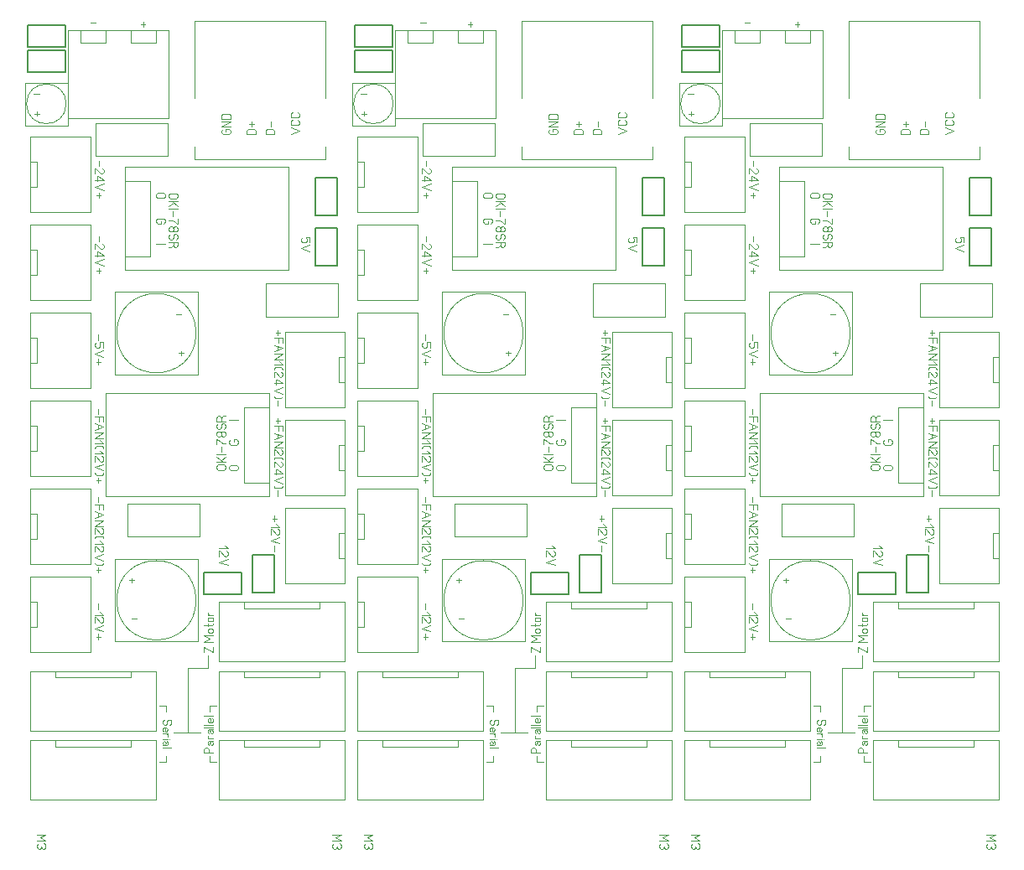
<source format=gbr>
%FSLAX34Y34*%
%MOMM*%
%LNCOPPER_BOTTOM*%
G71*
G01*
%ADD10C, 0.11*%
%ADD11C, 0.10*%
%ADD12C, 0.15*%
%LPD*%
G54D10*
X81578Y845817D02*
X81578Y840484D01*
G54D10*
X77689Y832707D02*
X77689Y838040D01*
X78244Y838040D01*
X79355Y837374D01*
X82689Y833374D01*
X83800Y832707D01*
X84911Y832707D01*
X86022Y833374D01*
X86578Y834707D01*
X86578Y836040D01*
X86022Y837374D01*
X84911Y838040D01*
G54D10*
X77689Y826263D02*
X86578Y826263D01*
X81022Y830263D01*
X79911Y830263D01*
X79911Y824930D01*
G54D10*
X86578Y822486D02*
X77689Y819153D01*
X86578Y815820D01*
G54D10*
X81578Y813375D02*
X81578Y808042D01*
G54D10*
X83800Y810709D02*
X79355Y810709D01*
G54D11*
X152400Y927100D02*
X152400Y977900D01*
X50800Y977900D01*
X50800Y927100D01*
G54D11*
X152400Y927100D02*
X152400Y889000D01*
X50800Y889000D01*
X50800Y927100D01*
G54D11*
X139700Y977900D02*
X139700Y965200D01*
X114300Y965200D01*
X114300Y977900D01*
G54D11*
X88900Y977900D02*
X88900Y965200D01*
X63500Y965200D01*
X63500Y977900D01*
G54D11*
X12700Y793750D02*
X73025Y793750D01*
G54D11*
X12700Y869950D02*
X73025Y869950D01*
X73025Y793750D01*
G54D11*
X12700Y793750D02*
X12700Y869950D01*
G54D11*
X12700Y819150D02*
X19050Y819150D01*
X19050Y844550D01*
X12700Y844550D01*
G54D11*
X12700Y704850D02*
X73025Y704850D01*
G54D11*
X12700Y781050D02*
X73025Y781050D01*
X73025Y704850D01*
G54D11*
X12700Y704850D02*
X12700Y781050D01*
G54D11*
X12700Y730250D02*
X19050Y730250D01*
X19050Y755650D01*
X12700Y755650D01*
G54D11*
X107950Y839788D02*
X107950Y735013D01*
X273050Y735013D01*
X273050Y839788D01*
X107950Y839788D01*
G54D11*
X107950Y825500D02*
X133350Y825500D01*
X133350Y749300D01*
X107950Y749300D01*
G54D10*
X159622Y807467D02*
X154067Y807467D01*
X152956Y808133D01*
X152400Y809467D01*
X152400Y810800D01*
X152956Y812133D01*
X154067Y812800D01*
X159622Y812800D01*
X160734Y812133D01*
X161289Y810800D01*
X161289Y809467D01*
X160733Y808133D01*
X159622Y807467D01*
G54D10*
X152400Y805023D02*
X161289Y805023D01*
G54D10*
X155178Y805023D02*
X161289Y799690D01*
G54D10*
X156845Y803023D02*
X152400Y799690D01*
G54D10*
X152400Y797246D02*
X161289Y797246D01*
G54D10*
X156289Y794802D02*
X156289Y789469D01*
G54D10*
X161289Y787025D02*
X161289Y781692D01*
X160178Y782358D01*
X158511Y783692D01*
X156289Y785025D01*
X154622Y785692D01*
X152400Y785692D01*
G54D10*
X156845Y775915D02*
X156845Y777248D01*
X157400Y778581D01*
X158511Y779248D01*
X159622Y779248D01*
X160734Y778581D01*
X161289Y777248D01*
X161289Y775915D01*
X160733Y774581D01*
X159622Y773915D01*
X158511Y773915D01*
X157400Y774581D01*
X156845Y775915D01*
X156289Y774581D01*
X155178Y773915D01*
X154067Y773915D01*
X152956Y774581D01*
X152400Y775915D01*
X152400Y777248D01*
X152956Y778581D01*
X154067Y779248D01*
X155178Y779248D01*
X156289Y778581D01*
X156845Y777248D01*
G54D10*
X154067Y771471D02*
X152956Y770804D01*
X152400Y769471D01*
X152400Y768138D01*
X152956Y766804D01*
X154067Y766138D01*
X155178Y766138D01*
X156289Y766804D01*
X156845Y768138D01*
X156845Y769471D01*
X157400Y770804D01*
X158511Y771471D01*
X159622Y771471D01*
X160733Y770804D01*
X161289Y769471D01*
X161289Y768138D01*
X160734Y766804D01*
X159622Y766138D01*
G54D10*
X156845Y761027D02*
X155733Y759027D01*
X154622Y758361D01*
X152400Y758361D01*
G54D10*
X152400Y763694D02*
X161289Y763694D01*
X161289Y760361D01*
X160733Y759027D01*
X159622Y758361D01*
X158511Y758361D01*
X157400Y759027D01*
X156845Y760361D01*
X156845Y763694D01*
G54D10*
X146922Y807864D02*
X141367Y807864D01*
X140256Y808530D01*
X139700Y809864D01*
X139700Y811197D01*
X140256Y812530D01*
X141367Y813197D01*
X146922Y813197D01*
X148034Y812530D01*
X148589Y811197D01*
X148589Y809864D01*
X148034Y808530D01*
X146922Y807864D01*
G54D10*
X144145Y784733D02*
X144145Y782067D01*
X141367Y782067D01*
X140256Y782733D01*
X139700Y784067D01*
X139700Y785400D01*
X140256Y786733D01*
X141367Y787400D01*
X146922Y787400D01*
X148034Y786733D01*
X148589Y785400D01*
X148589Y784067D01*
X148034Y782733D01*
X146922Y782067D01*
G54D10*
X139700Y762000D02*
X148589Y762000D01*
G54D11*
X78184Y883444D02*
X151209Y883444D01*
X151209Y850106D01*
X78184Y850106D01*
X78184Y883444D01*
G54D11*
X310158Y859631D02*
X310158Y847130D01*
X178594Y847130D01*
X178594Y859631D01*
G54D11*
X310158Y908844D02*
X310158Y987028D01*
X178594Y987028D01*
X178594Y908844D01*
G54D10*
X275274Y872331D02*
X284162Y875664D01*
X275274Y878998D01*
G54D10*
X282496Y886776D02*
X283607Y886109D01*
X284162Y884776D01*
X284162Y883442D01*
X283607Y882109D01*
X282496Y881442D01*
X276940Y881442D01*
X275829Y882109D01*
X275274Y883442D01*
X275274Y884776D01*
X275829Y886109D01*
X276940Y886776D01*
G54D10*
X282496Y894553D02*
X283607Y893886D01*
X284162Y892553D01*
X284162Y891219D01*
X283607Y889886D01*
X282496Y889219D01*
X276940Y889219D01*
X275829Y889886D01*
X275274Y891219D01*
X275274Y892553D01*
X275829Y893886D01*
X276940Y894553D01*
G54D10*
X258762Y872331D02*
X249874Y872331D01*
X249874Y875664D01*
X250429Y876998D01*
X251540Y877665D01*
X257096Y877665D01*
X258207Y876998D01*
X258762Y875665D01*
X258762Y872331D01*
G54D10*
X254874Y880108D02*
X254874Y885442D01*
G54D10*
X239712Y872331D02*
X230824Y872331D01*
X230824Y875664D01*
X231379Y876998D01*
X232490Y877665D01*
X238046Y877665D01*
X239157Y876998D01*
X239712Y875664D01*
X239712Y872331D01*
G54D10*
X235824Y880108D02*
X235824Y885442D01*
G54D10*
X233602Y882775D02*
X238046Y882775D01*
G54D10*
X209868Y874998D02*
X209868Y877665D01*
X212646Y877665D01*
X213757Y876998D01*
X214312Y875665D01*
X214312Y874331D01*
X213757Y872998D01*
X212646Y872331D01*
X207090Y872331D01*
X205979Y872998D01*
X205424Y874331D01*
X205424Y875664D01*
X205979Y876998D01*
X207090Y877665D01*
G54D10*
X214312Y880108D02*
X205424Y880108D01*
X214312Y885442D01*
X205424Y885442D01*
G54D10*
X214312Y887885D02*
X205424Y887885D01*
X205424Y891219D01*
X205979Y892552D01*
X207090Y893219D01*
X212646Y893219D01*
X213757Y892552D01*
X214312Y891219D01*
X214312Y887885D01*
G54D10*
X81578Y769617D02*
X81578Y764284D01*
G54D10*
X77689Y756507D02*
X77689Y761840D01*
X78244Y761840D01*
X79355Y761174D01*
X82689Y757174D01*
X83800Y756507D01*
X84911Y756507D01*
X86022Y757174D01*
X86578Y758507D01*
X86578Y759840D01*
X86022Y761174D01*
X84911Y761840D01*
G54D10*
X77689Y750063D02*
X86578Y750063D01*
X81022Y754063D01*
X79911Y754063D01*
X79911Y748730D01*
G54D10*
X86578Y746286D02*
X77689Y742953D01*
X86578Y739620D01*
G54D10*
X81578Y737175D02*
X81578Y731842D01*
G54D10*
X83800Y734509D02*
X79355Y734509D01*
G54D12*
X9550Y935150D02*
X9550Y957150D01*
X47550Y957150D01*
X47550Y935150D01*
X9550Y935150D01*
G54D12*
X9550Y960550D02*
X9550Y982550D01*
X47550Y982550D01*
X47550Y960550D01*
X9550Y960550D01*
G54D11*
X50205Y881261D02*
X6945Y881261D01*
X6945Y924520D01*
X50205Y924520D01*
X50205Y881261D01*
G54D11*
G75*
G01X8605Y903108D02*
G03X8605Y903108I20000J0D01*
G01*
G54D10*
X21630Y893247D02*
X16296Y893247D01*
G54D10*
X18963Y891025D02*
X18963Y895469D01*
G54D10*
X21233Y913488D02*
X15900Y913488D01*
G54D11*
X181372Y713184D02*
X98028Y713184D01*
X98028Y629841D01*
X181372Y629841D01*
X181372Y713184D01*
G54D11*
G75*
G01X179700Y671512D02*
G03X179700Y671512I-40000J0D01*
G01*
G54D10*
X159544Y690086D02*
X164877Y690086D01*
G54D10*
X161925Y651192D02*
X167258Y651192D01*
G54D10*
X164592Y653414D02*
X164592Y648970D01*
G54D11*
X203200Y400050D02*
X203200Y339725D01*
G54D11*
X330200Y400050D02*
X330200Y339725D01*
X203200Y339725D01*
G54D11*
X203200Y400050D02*
X330200Y400050D01*
G54D11*
X228600Y400050D02*
X228600Y393700D01*
X304800Y393700D01*
X304800Y400050D01*
G54D11*
X203200Y330200D02*
X203200Y269875D01*
G54D11*
X330200Y330200D02*
X330200Y269875D01*
X203200Y269875D01*
G54D11*
X203200Y330200D02*
X330200Y330200D01*
G54D11*
X228600Y330200D02*
X228600Y323850D01*
X304800Y323850D01*
X304800Y330200D01*
G54D11*
X12700Y330200D02*
X12700Y269875D01*
G54D11*
X139700Y330200D02*
X139700Y269875D01*
X12700Y269875D01*
G54D11*
X12700Y330200D02*
X139700Y330200D01*
G54D11*
X38100Y330200D02*
X38100Y323850D01*
X114300Y323850D01*
X114300Y330200D01*
G54D11*
X12700Y260350D02*
X12700Y200025D01*
G54D11*
X139700Y260350D02*
X139700Y200025D01*
X12700Y200025D01*
G54D11*
X12700Y260350D02*
X139700Y260350D01*
G54D11*
X38100Y260350D02*
X38100Y254000D01*
X114300Y254000D01*
X114300Y260350D01*
G54D11*
X203200Y260350D02*
X203200Y200025D01*
G54D11*
X330200Y260350D02*
X330200Y200025D01*
X203200Y200025D01*
G54D11*
X203200Y260350D02*
X330200Y260350D01*
G54D11*
X228600Y260350D02*
X228600Y254000D01*
X304800Y254000D01*
X304800Y260350D01*
G54D11*
X12700Y615950D02*
X73025Y615950D01*
G54D11*
X12700Y692150D02*
X73025Y692150D01*
X73025Y615950D01*
G54D11*
X12700Y615950D02*
X12700Y692150D01*
G54D11*
X12700Y641350D02*
X19050Y641350D01*
X19050Y666750D01*
X12700Y666750D01*
G54D10*
X81281Y669926D02*
X81281Y664592D01*
G54D10*
X86281Y656815D02*
X86281Y662149D01*
X82392Y662149D01*
X82392Y661482D01*
X82948Y660149D01*
X82948Y658815D01*
X82392Y657482D01*
X81281Y656815D01*
X79059Y656815D01*
X77948Y657482D01*
X77392Y658815D01*
X77392Y660149D01*
X77948Y661482D01*
X79059Y662149D01*
G54D10*
X86281Y654372D02*
X77392Y651038D01*
X86281Y647705D01*
G54D10*
X81281Y645261D02*
X81281Y639927D01*
G54D10*
X83503Y642594D02*
X79059Y642594D01*
G54D10*
X187961Y349250D02*
X187961Y354583D01*
X196850Y349250D01*
X196850Y354583D01*
G54D10*
X196850Y359604D02*
X187961Y359604D01*
X193517Y362937D01*
X187961Y366271D01*
X196850Y366271D01*
G54D10*
X195517Y372715D02*
X193294Y372715D01*
X192183Y372048D01*
X191850Y370715D01*
X192183Y369382D01*
X193294Y368715D01*
X195517Y368715D01*
X196628Y369382D01*
X196850Y370715D01*
X196628Y372048D01*
X195517Y372715D01*
G54D10*
X187961Y376492D02*
X196294Y376492D01*
X196850Y377159D01*
X196628Y377826D01*
G54D10*
X191850Y375159D02*
X191850Y377826D01*
G54D10*
X195517Y384270D02*
X193294Y384270D01*
X192183Y383603D01*
X191850Y382270D01*
X192183Y380937D01*
X193294Y380270D01*
X195517Y380270D01*
X196628Y380937D01*
X196850Y382270D01*
X196628Y383603D01*
X195517Y384270D01*
G54D10*
X196850Y386714D02*
X191850Y386714D01*
G54D10*
X192961Y386714D02*
X191850Y388047D01*
X191850Y389381D01*
G54D10*
X196850Y247650D02*
X187961Y247650D01*
X187961Y250983D01*
X188517Y252317D01*
X189628Y252983D01*
X190739Y252983D01*
X191850Y252317D01*
X192406Y250983D01*
X192406Y247650D01*
G54D10*
X192406Y255427D02*
X191850Y256760D01*
X191850Y258360D01*
X192961Y259427D01*
X196850Y259427D01*
G54D10*
X195183Y259427D02*
X194072Y258760D01*
X193850Y257427D01*
X194072Y256094D01*
X195183Y255427D01*
X196294Y255694D01*
X196850Y256760D01*
X196850Y257427D01*
X196850Y257694D01*
X196294Y258760D01*
X195183Y259427D01*
G54D10*
X196850Y261871D02*
X191850Y261871D01*
G54D10*
X192961Y261871D02*
X191850Y263204D01*
X191850Y264538D01*
G54D10*
X192406Y266982D02*
X191850Y268315D01*
X191850Y269915D01*
X192961Y270982D01*
X196850Y270982D01*
G54D10*
X195183Y270982D02*
X194072Y270315D01*
X193850Y268982D01*
X194072Y267649D01*
X195183Y266982D01*
X196294Y267249D01*
X196850Y268315D01*
X196850Y268982D01*
X196850Y269249D01*
X196294Y270315D01*
X195183Y270982D01*
G54D10*
X196850Y273426D02*
X187961Y273426D01*
G54D10*
X196850Y275870D02*
X187961Y275870D01*
G54D10*
X196294Y282314D02*
X196850Y281247D01*
X196850Y279914D01*
X196294Y278581D01*
X195183Y278314D01*
X193294Y278314D01*
X192183Y278981D01*
X191850Y280314D01*
X192183Y281647D01*
X192961Y282314D01*
X194072Y282314D01*
X194072Y278314D01*
G54D10*
X196850Y284758D02*
X187961Y284758D01*
G54D10*
X147717Y280988D02*
X146606Y280321D01*
X146050Y278988D01*
X146050Y277654D01*
X146606Y276321D01*
X147717Y275654D01*
X148828Y275654D01*
X149939Y276321D01*
X150494Y277654D01*
X150494Y278988D01*
X151050Y280321D01*
X152161Y280988D01*
X153272Y280988D01*
X154383Y280321D01*
X154939Y278988D01*
X154939Y277654D01*
X154383Y276321D01*
X153272Y275654D01*
G54D10*
X146606Y269210D02*
X146050Y270277D01*
X146050Y271610D01*
X146606Y272944D01*
X147717Y273210D01*
X149606Y273210D01*
X150717Y272544D01*
X151050Y271210D01*
X150717Y269877D01*
X149939Y269210D01*
X148828Y269210D01*
X148828Y273210D01*
G54D10*
X146050Y266766D02*
X151050Y266766D01*
G54D10*
X149939Y266766D02*
X151050Y265433D01*
X151050Y264100D01*
G54D10*
X146050Y261656D02*
X151050Y261656D01*
G54D10*
X152717Y261656D02*
X152717Y261656D01*
G54D10*
X150494Y259212D02*
X151050Y257878D01*
X151050Y256278D01*
X149939Y255212D01*
X146050Y255212D01*
G54D10*
X147717Y255212D02*
X148828Y255878D01*
X149050Y257212D01*
X148828Y258545D01*
X147717Y259212D01*
X146606Y258945D01*
X146050Y257878D01*
X146050Y257212D01*
X146050Y256945D01*
X146606Y255878D01*
X147717Y255212D01*
G54D10*
X146050Y252768D02*
X154939Y252768D01*
G54D11*
X193675Y288925D02*
X193675Y295275D01*
X200025Y295275D01*
G54D11*
X193675Y244475D02*
X193675Y238125D01*
X200025Y238125D01*
G54D11*
X149225Y288925D02*
X149225Y295275D01*
X142875Y295275D01*
G54D11*
X149225Y244475D02*
X149225Y238125D01*
X142875Y238125D01*
G54D11*
X323056Y688181D02*
X250031Y688181D01*
X250031Y721519D01*
X323056Y721519D01*
X323056Y688181D01*
G54D12*
X300150Y828650D02*
X322150Y828650D01*
X322150Y790650D01*
X300150Y790650D01*
X300150Y828650D01*
G54D12*
X300150Y777850D02*
X322150Y777850D01*
X322150Y739850D01*
X300150Y739850D01*
X300150Y777850D01*
G54D11*
X254000Y506412D02*
X254000Y611187D01*
X88900Y611188D01*
X88900Y506412D01*
X254000Y506412D01*
G54D11*
X254000Y520700D02*
X228600Y520700D01*
X228600Y596900D01*
X254000Y596900D01*
G54D10*
X202328Y538733D02*
X207883Y538733D01*
X208994Y538067D01*
X209550Y536733D01*
X209550Y535400D01*
X208994Y534067D01*
X207883Y533400D01*
X202328Y533400D01*
X201217Y534067D01*
X200661Y535400D01*
X200661Y536733D01*
X201217Y538067D01*
X202328Y538733D01*
G54D10*
X209550Y541177D02*
X200661Y541177D01*
G54D10*
X206772Y541177D02*
X200661Y546510D01*
G54D10*
X205106Y543177D02*
X209550Y546510D01*
G54D10*
X209550Y548954D02*
X200661Y548954D01*
G54D10*
X205661Y551398D02*
X205661Y556731D01*
G54D10*
X200661Y559175D02*
X200661Y564508D01*
X201772Y563842D01*
X203439Y562508D01*
X205661Y561175D01*
X207328Y560508D01*
X209550Y560508D01*
G54D10*
X205106Y570285D02*
X205106Y568952D01*
X204550Y567619D01*
X203439Y566952D01*
X202328Y566952D01*
X201217Y567619D01*
X200661Y568952D01*
X200661Y570285D01*
X201217Y571619D01*
X202328Y572285D01*
X203439Y572285D01*
X204550Y571619D01*
X205106Y570285D01*
X205661Y571619D01*
X206772Y572285D01*
X207883Y572285D01*
X208994Y571619D01*
X209550Y570285D01*
X209550Y568952D01*
X208994Y567619D01*
X207883Y566952D01*
X206772Y566952D01*
X205661Y567619D01*
X205106Y568952D01*
G54D10*
X207883Y574729D02*
X208994Y575396D01*
X209550Y576729D01*
X209550Y578062D01*
X208994Y579396D01*
X207883Y580062D01*
X206772Y580062D01*
X205661Y579396D01*
X205106Y578062D01*
X205106Y576729D01*
X204550Y575396D01*
X203439Y574729D01*
X202328Y574729D01*
X201217Y575396D01*
X200661Y576729D01*
X200661Y578062D01*
X201217Y579396D01*
X202328Y580062D01*
G54D10*
X205106Y585173D02*
X206217Y587173D01*
X207328Y587839D01*
X209550Y587839D01*
G54D10*
X209550Y582506D02*
X200661Y582506D01*
X200661Y585839D01*
X201217Y587173D01*
X202328Y587839D01*
X203439Y587839D01*
X204550Y587173D01*
X205106Y585839D01*
X205106Y582506D01*
G54D10*
X215028Y538337D02*
X220583Y538336D01*
X221694Y537670D01*
X222250Y536337D01*
X222250Y535003D01*
X221694Y533670D01*
X220583Y533003D01*
X215028Y533003D01*
X213917Y533670D01*
X213361Y535003D01*
X213361Y536336D01*
X213917Y537670D01*
X215028Y538337D01*
G54D10*
X217806Y561467D02*
X217806Y564133D01*
X220583Y564133D01*
X221694Y563467D01*
X222250Y562133D01*
X222250Y560800D01*
X221694Y559467D01*
X220583Y558800D01*
X215028Y558800D01*
X213917Y559467D01*
X213361Y560800D01*
X213361Y562133D01*
X213917Y563467D01*
X215028Y564133D01*
G54D10*
X222250Y584200D02*
X213361Y584200D01*
G54D11*
X330200Y673100D02*
X269875Y673100D01*
G54D11*
X330200Y596900D02*
X269875Y596900D01*
X269875Y673100D01*
G54D11*
X330200Y673100D02*
X330200Y596900D01*
G54D11*
X330200Y647700D02*
X323850Y647700D01*
X323850Y622300D01*
X330200Y622300D01*
G54D11*
X330200Y584200D02*
X269875Y584200D01*
G54D11*
X330200Y508000D02*
X269875Y508000D01*
X269875Y584200D01*
G54D11*
X330200Y584200D02*
X330200Y508000D01*
G54D11*
X330200Y558800D02*
X323850Y558800D01*
X323850Y533400D01*
X330200Y533400D01*
G54D11*
X12700Y527050D02*
X73025Y527050D01*
G54D11*
X12700Y603250D02*
X73025Y603250D01*
X73025Y527050D01*
G54D11*
X12700Y527050D02*
X12700Y603250D01*
G54D11*
X12700Y552450D02*
X19050Y552450D01*
X19050Y577850D01*
X12700Y577850D01*
G54D11*
X12700Y438150D02*
X73025Y438150D01*
G54D11*
X12700Y514350D02*
X73025Y514350D01*
X73025Y438150D01*
G54D11*
X12700Y438150D02*
X12700Y514350D01*
G54D11*
X12700Y463550D02*
X19050Y463550D01*
X19050Y488950D01*
X12700Y488950D01*
G54D10*
X81280Y594909D02*
X81280Y589576D01*
G54D10*
X77392Y587132D02*
X86280Y587132D01*
X86280Y582465D01*
G54D10*
X81836Y587132D02*
X81836Y582465D01*
G54D10*
X77392Y580021D02*
X86280Y576688D01*
X77392Y573354D01*
G54D10*
X80725Y578688D02*
X80725Y574688D01*
G54D10*
X77392Y570910D02*
X86280Y570910D01*
X77392Y565577D01*
X86280Y565577D01*
G54D10*
X82947Y563133D02*
X86280Y559800D01*
X77392Y559800D01*
G54D10*
X86280Y555356D02*
X85725Y556689D01*
X84614Y557356D01*
X79058Y557356D01*
X77947Y556689D01*
X77392Y555356D01*
G54D10*
X82947Y552912D02*
X86280Y549579D01*
X77392Y549579D01*
G54D10*
X77392Y541802D02*
X77392Y547135D01*
X77947Y547135D01*
X79058Y546468D01*
X82392Y542468D01*
X83503Y541802D01*
X84614Y541802D01*
X85725Y542468D01*
X86280Y543802D01*
X86280Y545135D01*
X85725Y546468D01*
X84614Y547135D01*
G54D10*
X86280Y539358D02*
X77392Y536025D01*
X86280Y532691D01*
G54D10*
X86280Y530247D02*
X85725Y528914D01*
X84614Y528247D01*
X79058Y528247D01*
X77947Y528914D01*
X77392Y530247D01*
G54D10*
X81280Y525803D02*
X81280Y520470D01*
G54D10*
X83503Y523136D02*
X79058Y523136D01*
G54D11*
X183356Y465931D02*
X110331Y465931D01*
X110331Y499269D01*
X183356Y499269D01*
X183356Y465931D01*
G54D10*
X262256Y674481D02*
X262256Y669148D01*
G54D10*
X264478Y671814D02*
X260033Y671814D01*
G54D10*
X258367Y666704D02*
X267256Y666704D01*
X267256Y662037D01*
G54D10*
X262811Y666704D02*
X262811Y662037D01*
G54D10*
X258367Y659593D02*
X267256Y656260D01*
X258367Y652926D01*
G54D10*
X261700Y658260D02*
X261700Y654260D01*
G54D10*
X258367Y650482D02*
X267256Y650482D01*
X258367Y645149D01*
X267256Y645149D01*
G54D10*
X263922Y642705D02*
X267256Y639372D01*
X258367Y639372D01*
G54D10*
X267256Y634928D02*
X266700Y636261D01*
X265589Y636928D01*
X260033Y636928D01*
X258922Y636261D01*
X258367Y634928D01*
G54D10*
X258367Y627151D02*
X258367Y632484D01*
X258922Y632484D01*
X260033Y631817D01*
X263367Y627817D01*
X264478Y627151D01*
X265589Y627151D01*
X266700Y627817D01*
X267256Y629151D01*
X267256Y630484D01*
X266700Y631817D01*
X265589Y632484D01*
G54D10*
X258367Y620707D02*
X267256Y620707D01*
X261700Y624707D01*
X260589Y624707D01*
X260589Y619374D01*
G54D10*
X267256Y616930D02*
X258367Y613597D01*
X267256Y610263D01*
G54D10*
X267256Y607819D02*
X266700Y606486D01*
X265589Y605819D01*
X260033Y605819D01*
X258922Y606486D01*
X258367Y607819D01*
G54D10*
X262256Y603375D02*
X262256Y598042D01*
G54D10*
X262256Y585581D02*
X262256Y580248D01*
G54D10*
X264478Y582914D02*
X260033Y582914D01*
G54D10*
X258367Y577804D02*
X267256Y577804D01*
X267256Y573137D01*
G54D10*
X262811Y577804D02*
X262811Y573137D01*
G54D10*
X258367Y570693D02*
X267256Y567360D01*
X258367Y564026D01*
G54D10*
X261700Y569360D02*
X261700Y565360D01*
G54D10*
X258367Y561582D02*
X267256Y561582D01*
X258367Y556249D01*
X267256Y556249D01*
G54D10*
X258367Y548472D02*
X258367Y553805D01*
X258922Y553805D01*
X260033Y553138D01*
X263367Y549138D01*
X264478Y548472D01*
X265589Y548472D01*
X266700Y549138D01*
X267256Y550472D01*
X267256Y551805D01*
X266700Y553138D01*
X265589Y553805D01*
G54D10*
X267256Y544028D02*
X266700Y545361D01*
X265589Y546028D01*
X260033Y546028D01*
X258922Y545361D01*
X258367Y544028D01*
G54D10*
X258367Y536251D02*
X258367Y541584D01*
X258922Y541584D01*
X260033Y540917D01*
X263367Y536917D01*
X264478Y536251D01*
X265589Y536251D01*
X266700Y536917D01*
X267256Y538251D01*
X267256Y539584D01*
X266700Y540917D01*
X265589Y541584D01*
G54D10*
X258367Y529807D02*
X267256Y529807D01*
X261700Y533807D01*
X260589Y533807D01*
X260589Y528474D01*
G54D10*
X267256Y526030D02*
X258367Y522697D01*
X267256Y519363D01*
G54D10*
X267256Y516919D02*
X266700Y515586D01*
X265589Y514919D01*
X260033Y514919D01*
X258922Y515586D01*
X258367Y516919D01*
G54D10*
X262256Y512475D02*
X262256Y507142D01*
G54D10*
X81280Y506009D02*
X81280Y500676D01*
G54D10*
X77392Y498232D02*
X86280Y498232D01*
X86280Y493565D01*
G54D10*
X81836Y498232D02*
X81836Y493565D01*
G54D10*
X77392Y491121D02*
X86280Y487788D01*
X77392Y484454D01*
G54D10*
X80725Y489788D02*
X80725Y485788D01*
G54D10*
X77392Y482010D02*
X86280Y482010D01*
X77392Y476677D01*
X86280Y476677D01*
G54D10*
X77392Y468900D02*
X77392Y474233D01*
X77947Y474233D01*
X79058Y473566D01*
X82392Y469566D01*
X83503Y468900D01*
X84614Y468900D01*
X85725Y469566D01*
X86280Y470900D01*
X86280Y472233D01*
X85725Y473566D01*
X84614Y474233D01*
G54D10*
X86280Y464456D02*
X85725Y465789D01*
X84614Y466456D01*
X79058Y466456D01*
X77947Y465789D01*
X77392Y464456D01*
G54D10*
X82947Y462012D02*
X86280Y458679D01*
X77392Y458679D01*
G54D10*
X77392Y450902D02*
X77392Y456235D01*
X77947Y456235D01*
X79058Y455568D01*
X82392Y451568D01*
X83503Y450902D01*
X84614Y450902D01*
X85725Y451568D01*
X86280Y452902D01*
X86280Y454235D01*
X85725Y455568D01*
X84614Y456235D01*
G54D10*
X86280Y448458D02*
X77392Y445125D01*
X86280Y441791D01*
G54D10*
X86280Y439347D02*
X85725Y438014D01*
X84614Y437347D01*
X79058Y437347D01*
X77947Y438014D01*
X77392Y439347D01*
G54D10*
X81280Y434903D02*
X81280Y429570D01*
G54D10*
X83503Y432236D02*
X79058Y432236D01*
G54D11*
X12700Y349250D02*
X73025Y349250D01*
G54D11*
X12700Y425450D02*
X73025Y425450D01*
X73025Y349250D01*
G54D11*
X12700Y349250D02*
X12700Y425450D01*
G54D11*
X12700Y374650D02*
X19050Y374650D01*
X19050Y400050D01*
X12700Y400050D01*
G54D10*
X81280Y398059D02*
X81280Y392726D01*
G54D10*
X82947Y390282D02*
X86280Y386949D01*
X77392Y386949D01*
G54D10*
X77392Y379172D02*
X77392Y384505D01*
X77947Y384505D01*
X79058Y383838D01*
X82392Y379838D01*
X83503Y379172D01*
X84614Y379172D01*
X85725Y379838D01*
X86280Y381172D01*
X86280Y382505D01*
X85725Y383838D01*
X84614Y384505D01*
G54D10*
X86280Y376728D02*
X77392Y373395D01*
X86280Y370061D01*
G54D10*
X81280Y367617D02*
X81280Y362284D01*
G54D10*
X83503Y364950D02*
X79058Y364950D01*
G54D12*
X225400Y430100D02*
X225400Y408100D01*
X187400Y408100D01*
X187400Y430100D01*
X225400Y430100D01*
G54D11*
X98028Y359966D02*
X181372Y359966D01*
X181372Y443309D01*
X98028Y443309D01*
X98028Y359966D01*
G54D11*
G75*
G01X99700Y401638D02*
G03X99700Y401638I40000J0D01*
G01*
G54D10*
X119856Y383064D02*
X114523Y383064D01*
G54D10*
X117475Y421958D02*
X112142Y421958D01*
G54D10*
X114808Y419736D02*
X114808Y424180D01*
G54D12*
X258650Y409650D02*
X236650Y409650D01*
X236650Y447650D01*
X258650Y447650D01*
X258650Y409650D01*
G54D11*
X330200Y495300D02*
X269875Y495300D01*
G54D11*
X330200Y419100D02*
X269875Y419100D01*
X269875Y495300D01*
G54D11*
X330200Y495300D02*
X330200Y419100D01*
G54D11*
X330200Y469900D02*
X323850Y469900D01*
X323850Y444500D01*
X330200Y444500D01*
G54D10*
X259080Y486959D02*
X259080Y481626D01*
G54D10*
X261302Y484292D02*
X256858Y484292D01*
G54D10*
X260746Y479182D02*
X264080Y475849D01*
X255191Y475849D01*
G54D10*
X255191Y468072D02*
X255191Y473405D01*
X255746Y473405D01*
X256858Y472739D01*
X260191Y468739D01*
X261302Y468072D01*
X262413Y468072D01*
X263524Y468739D01*
X264080Y470072D01*
X264080Y471405D01*
X263524Y472739D01*
X262413Y473405D01*
G54D10*
X264080Y465628D02*
X255191Y462295D01*
X264080Y458962D01*
G54D10*
X259080Y456517D02*
X259080Y451184D01*
G54D10*
X208756Y457200D02*
X212089Y453867D01*
X203200Y453867D01*
G54D10*
X203200Y446090D02*
X203200Y451423D01*
X203756Y451423D01*
X204867Y450756D01*
X208200Y446756D01*
X209311Y446090D01*
X210422Y446090D01*
X211533Y446756D01*
X212089Y448090D01*
X212089Y449423D01*
X211533Y450756D01*
X210422Y451423D01*
G54D10*
X212089Y443646D02*
X203200Y440313D01*
X212089Y436979D01*
G54D10*
X294639Y763017D02*
X294639Y768350D01*
X290750Y768350D01*
X290750Y767683D01*
X291306Y766350D01*
X291306Y765017D01*
X290750Y763683D01*
X289639Y763017D01*
X287417Y763017D01*
X286306Y763683D01*
X285750Y765017D01*
X285750Y766350D01*
X286306Y767683D01*
X287417Y768350D01*
G54D10*
X294639Y760573D02*
X285750Y757240D01*
X294639Y753906D01*
G54D10*
X19050Y165100D02*
X27939Y165100D01*
X22383Y161767D01*
X27939Y158433D01*
X19050Y158433D01*
G54D10*
X26272Y155989D02*
X27383Y155322D01*
X27939Y153989D01*
X27939Y152656D01*
X27383Y151322D01*
X26272Y150656D01*
X25161Y150656D01*
X24050Y151322D01*
X23494Y152656D01*
X22939Y151322D01*
X21828Y150656D01*
X20717Y150656D01*
X19606Y151322D01*
X19050Y152656D01*
X19050Y153989D01*
X19606Y155322D01*
X20717Y155989D01*
G54D10*
X317500Y165100D02*
X326389Y165100D01*
X320833Y161767D01*
X326389Y158433D01*
X317500Y158433D01*
G54D10*
X324722Y155989D02*
X325833Y155322D01*
X326389Y153989D01*
X326389Y152656D01*
X325833Y151322D01*
X324722Y150656D01*
X323611Y150656D01*
X322500Y151322D01*
X321944Y152656D01*
X321389Y151322D01*
X320278Y150656D01*
X319167Y150656D01*
X318056Y151322D01*
X317500Y152656D01*
X317500Y153989D01*
X318056Y155322D01*
X319167Y155989D01*
G54D11*
X157162Y268288D02*
X184150Y268288D01*
G54D11*
X171450Y268288D02*
X171450Y333375D01*
X192088Y333375D01*
X192088Y346075D01*
G54D10*
X411778Y845817D02*
X411778Y840484D01*
G54D10*
X407889Y832707D02*
X407889Y838040D01*
X408444Y838040D01*
X409555Y837374D01*
X412889Y833374D01*
X414000Y832707D01*
X415111Y832707D01*
X416222Y833374D01*
X416778Y834707D01*
X416778Y836040D01*
X416222Y837374D01*
X415111Y838040D01*
G54D10*
X407889Y826263D02*
X416778Y826263D01*
X411222Y830263D01*
X410111Y830263D01*
X410111Y824930D01*
G54D10*
X416778Y822486D02*
X407889Y819153D01*
X416778Y815820D01*
G54D10*
X411778Y813375D02*
X411778Y808042D01*
G54D10*
X414000Y810709D02*
X409555Y810709D01*
G54D11*
X482600Y927100D02*
X482600Y977900D01*
X381000Y977900D01*
X381000Y927100D01*
G54D11*
X482600Y927100D02*
X482600Y889000D01*
X381000Y889000D01*
X381000Y927100D01*
G54D11*
X469900Y977900D02*
X469900Y965200D01*
X444500Y965200D01*
X444500Y977900D01*
G54D11*
X419100Y977900D02*
X419100Y965200D01*
X393700Y965200D01*
X393700Y977900D01*
G54D11*
X342900Y793750D02*
X403225Y793750D01*
G54D11*
X342900Y869950D02*
X403225Y869950D01*
X403225Y793750D01*
G54D11*
X342900Y793750D02*
X342900Y869950D01*
G54D11*
X342900Y819150D02*
X349250Y819150D01*
X349250Y844550D01*
X342900Y844550D01*
G54D11*
X342900Y704850D02*
X403225Y704850D01*
G54D11*
X342900Y781050D02*
X403225Y781050D01*
X403225Y704850D01*
G54D11*
X342900Y704850D02*
X342900Y781050D01*
G54D11*
X342900Y730250D02*
X349250Y730250D01*
X349250Y755650D01*
X342900Y755650D01*
G54D11*
X438150Y839788D02*
X438150Y735013D01*
X603250Y735013D01*
X603250Y839788D01*
X438150Y839788D01*
G54D11*
X438150Y825500D02*
X463550Y825500D01*
X463550Y749300D01*
X438150Y749300D01*
G54D10*
X489822Y807467D02*
X484267Y807467D01*
X483156Y808133D01*
X482600Y809467D01*
X482600Y810800D01*
X483156Y812133D01*
X484267Y812800D01*
X489822Y812800D01*
X490934Y812133D01*
X491489Y810800D01*
X491489Y809467D01*
X490933Y808133D01*
X489822Y807467D01*
G54D10*
X482600Y805023D02*
X491489Y805023D01*
G54D10*
X485378Y805023D02*
X491489Y799690D01*
G54D10*
X487045Y803023D02*
X482600Y799690D01*
G54D10*
X482600Y797246D02*
X491489Y797246D01*
G54D10*
X486489Y794802D02*
X486489Y789469D01*
G54D10*
X491489Y787025D02*
X491489Y781692D01*
X490378Y782358D01*
X488711Y783692D01*
X486489Y785025D01*
X484822Y785692D01*
X482600Y785692D01*
G54D10*
X487045Y775915D02*
X487045Y777248D01*
X487600Y778581D01*
X488711Y779248D01*
X489822Y779248D01*
X490934Y778581D01*
X491489Y777248D01*
X491489Y775915D01*
X490933Y774581D01*
X489822Y773915D01*
X488711Y773915D01*
X487600Y774581D01*
X487045Y775915D01*
X486489Y774581D01*
X485378Y773915D01*
X484267Y773915D01*
X483156Y774581D01*
X482600Y775915D01*
X482600Y777248D01*
X483156Y778581D01*
X484267Y779248D01*
X485378Y779248D01*
X486489Y778581D01*
X487045Y777248D01*
G54D10*
X484267Y771471D02*
X483156Y770804D01*
X482600Y769471D01*
X482600Y768138D01*
X483156Y766804D01*
X484267Y766138D01*
X485378Y766138D01*
X486489Y766804D01*
X487045Y768138D01*
X487045Y769471D01*
X487600Y770804D01*
X488711Y771471D01*
X489822Y771471D01*
X490933Y770804D01*
X491489Y769471D01*
X491489Y768138D01*
X490934Y766804D01*
X489822Y766138D01*
G54D10*
X487045Y761027D02*
X485933Y759027D01*
X484822Y758361D01*
X482600Y758361D01*
G54D10*
X482600Y763694D02*
X491489Y763694D01*
X491489Y760361D01*
X490933Y759027D01*
X489822Y758361D01*
X488711Y758361D01*
X487600Y759027D01*
X487045Y760361D01*
X487045Y763694D01*
G54D10*
X477122Y807864D02*
X471567Y807864D01*
X470456Y808530D01*
X469900Y809864D01*
X469900Y811197D01*
X470456Y812530D01*
X471567Y813197D01*
X477122Y813197D01*
X478234Y812530D01*
X478789Y811197D01*
X478789Y809864D01*
X478234Y808530D01*
X477122Y807864D01*
G54D10*
X474345Y784733D02*
X474345Y782067D01*
X471567Y782067D01*
X470456Y782733D01*
X469900Y784067D01*
X469900Y785400D01*
X470456Y786733D01*
X471567Y787400D01*
X477122Y787400D01*
X478234Y786733D01*
X478789Y785400D01*
X478789Y784067D01*
X478234Y782733D01*
X477122Y782067D01*
G54D10*
X469900Y762000D02*
X478789Y762000D01*
G54D11*
X408384Y883444D02*
X481409Y883444D01*
X481409Y850106D01*
X408384Y850106D01*
X408384Y883444D01*
G54D11*
X640358Y859631D02*
X640358Y847130D01*
X508794Y847130D01*
X508794Y859631D01*
G54D11*
X640358Y908844D02*
X640358Y987028D01*
X508794Y987028D01*
X508794Y908844D01*
G54D10*
X605474Y872331D02*
X614362Y875664D01*
X605474Y878998D01*
G54D10*
X612696Y886776D02*
X613807Y886109D01*
X614362Y884776D01*
X614362Y883442D01*
X613807Y882109D01*
X612696Y881442D01*
X607140Y881442D01*
X606029Y882109D01*
X605474Y883442D01*
X605474Y884776D01*
X606029Y886109D01*
X607140Y886776D01*
G54D10*
X612696Y894553D02*
X613807Y893886D01*
X614362Y892553D01*
X614362Y891219D01*
X613807Y889886D01*
X612696Y889219D01*
X607140Y889219D01*
X606029Y889886D01*
X605474Y891219D01*
X605474Y892553D01*
X606029Y893886D01*
X607140Y894553D01*
G54D10*
X588962Y872331D02*
X580074Y872331D01*
X580074Y875664D01*
X580629Y876998D01*
X581740Y877665D01*
X587296Y877665D01*
X588407Y876998D01*
X588962Y875665D01*
X588962Y872331D01*
G54D10*
X585074Y880108D02*
X585074Y885442D01*
G54D10*
X569912Y872331D02*
X561024Y872331D01*
X561024Y875664D01*
X561579Y876998D01*
X562690Y877665D01*
X568246Y877665D01*
X569357Y876998D01*
X569912Y875664D01*
X569912Y872331D01*
G54D10*
X566024Y880108D02*
X566024Y885442D01*
G54D10*
X563802Y882775D02*
X568246Y882775D01*
G54D10*
X540068Y874998D02*
X540068Y877665D01*
X542846Y877665D01*
X543957Y876998D01*
X544512Y875665D01*
X544512Y874331D01*
X543957Y872998D01*
X542846Y872331D01*
X537290Y872331D01*
X536179Y872998D01*
X535624Y874331D01*
X535624Y875664D01*
X536179Y876998D01*
X537290Y877665D01*
G54D10*
X544512Y880108D02*
X535624Y880108D01*
X544512Y885442D01*
X535624Y885442D01*
G54D10*
X544512Y887885D02*
X535624Y887885D01*
X535624Y891219D01*
X536179Y892552D01*
X537290Y893219D01*
X542846Y893219D01*
X543957Y892552D01*
X544512Y891219D01*
X544512Y887885D01*
G54D10*
X411778Y769617D02*
X411778Y764284D01*
G54D10*
X407889Y756507D02*
X407889Y761840D01*
X408444Y761840D01*
X409555Y761174D01*
X412889Y757174D01*
X414000Y756507D01*
X415111Y756507D01*
X416222Y757174D01*
X416778Y758507D01*
X416778Y759840D01*
X416222Y761174D01*
X415111Y761840D01*
G54D10*
X407889Y750063D02*
X416778Y750063D01*
X411222Y754063D01*
X410111Y754063D01*
X410111Y748730D01*
G54D10*
X416778Y746286D02*
X407889Y742953D01*
X416778Y739620D01*
G54D10*
X411778Y737175D02*
X411778Y731842D01*
G54D10*
X414000Y734509D02*
X409555Y734509D01*
G54D12*
X339750Y935150D02*
X339750Y957150D01*
X377750Y957150D01*
X377750Y935150D01*
X339750Y935150D01*
G54D12*
X339750Y960550D02*
X339750Y982550D01*
X377750Y982550D01*
X377750Y960550D01*
X339750Y960550D01*
G54D11*
X380405Y881261D02*
X337145Y881261D01*
X337145Y924520D01*
X380405Y924520D01*
X380405Y881261D01*
G54D11*
G75*
G01X338805Y903108D02*
G03X338805Y903108I20000J0D01*
G01*
G54D10*
X351830Y893247D02*
X346496Y893247D01*
G54D10*
X349163Y891025D02*
X349163Y895469D01*
G54D10*
X351433Y913488D02*
X346100Y913488D01*
G54D11*
X511572Y713184D02*
X428228Y713184D01*
X428228Y629841D01*
X511572Y629841D01*
X511572Y713184D01*
G54D11*
G75*
G01X509900Y671512D02*
G03X509900Y671512I-40000J0D01*
G01*
G54D10*
X489744Y690086D02*
X495077Y690086D01*
G54D10*
X492125Y651192D02*
X497458Y651192D01*
G54D10*
X494792Y653414D02*
X494792Y648970D01*
G54D11*
X533400Y400050D02*
X533400Y339725D01*
G54D11*
X660400Y400050D02*
X660400Y339725D01*
X533400Y339725D01*
G54D11*
X533400Y400050D02*
X660400Y400050D01*
G54D11*
X558800Y400050D02*
X558800Y393700D01*
X635000Y393700D01*
X635000Y400050D01*
G54D11*
X533400Y330200D02*
X533400Y269875D01*
G54D11*
X660400Y330200D02*
X660400Y269875D01*
X533400Y269875D01*
G54D11*
X533400Y330200D02*
X660400Y330200D01*
G54D11*
X558800Y330200D02*
X558800Y323850D01*
X635000Y323850D01*
X635000Y330200D01*
G54D11*
X342900Y330200D02*
X342900Y269875D01*
G54D11*
X469900Y330200D02*
X469900Y269875D01*
X342900Y269875D01*
G54D11*
X342900Y330200D02*
X469900Y330200D01*
G54D11*
X368300Y330200D02*
X368300Y323850D01*
X444500Y323850D01*
X444500Y330200D01*
G54D11*
X342900Y260350D02*
X342900Y200025D01*
G54D11*
X469900Y260350D02*
X469900Y200025D01*
X342900Y200025D01*
G54D11*
X342900Y260350D02*
X469900Y260350D01*
G54D11*
X368300Y260350D02*
X368300Y254000D01*
X444500Y254000D01*
X444500Y260350D01*
G54D11*
X533400Y260350D02*
X533400Y200025D01*
G54D11*
X660400Y260350D02*
X660400Y200025D01*
X533400Y200025D01*
G54D11*
X533400Y260350D02*
X660400Y260350D01*
G54D11*
X558800Y260350D02*
X558800Y254000D01*
X635000Y254000D01*
X635000Y260350D01*
G54D11*
X342900Y615950D02*
X403225Y615950D01*
G54D11*
X342900Y692150D02*
X403225Y692150D01*
X403225Y615950D01*
G54D11*
X342900Y615950D02*
X342900Y692150D01*
G54D11*
X342900Y641350D02*
X349250Y641350D01*
X349250Y666750D01*
X342900Y666750D01*
G54D10*
X411481Y669926D02*
X411481Y664592D01*
G54D10*
X416481Y656815D02*
X416481Y662149D01*
X412592Y662149D01*
X412592Y661482D01*
X413148Y660149D01*
X413148Y658815D01*
X412592Y657482D01*
X411481Y656815D01*
X409259Y656815D01*
X408148Y657482D01*
X407592Y658815D01*
X407592Y660149D01*
X408148Y661482D01*
X409259Y662149D01*
G54D10*
X416481Y654372D02*
X407592Y651038D01*
X416481Y647705D01*
G54D10*
X411481Y645261D02*
X411481Y639927D01*
G54D10*
X413703Y642594D02*
X409259Y642594D01*
G54D10*
X518161Y349250D02*
X518161Y354583D01*
X527050Y349250D01*
X527050Y354583D01*
G54D10*
X527050Y359604D02*
X518161Y359604D01*
X523717Y362937D01*
X518161Y366271D01*
X527050Y366271D01*
G54D10*
X525717Y372715D02*
X523494Y372715D01*
X522383Y372048D01*
X522050Y370715D01*
X522383Y369382D01*
X523494Y368715D01*
X525717Y368715D01*
X526828Y369382D01*
X527050Y370715D01*
X526828Y372048D01*
X525717Y372715D01*
G54D10*
X518161Y376492D02*
X526494Y376492D01*
X527050Y377159D01*
X526828Y377826D01*
G54D10*
X522050Y375159D02*
X522050Y377826D01*
G54D10*
X525717Y384270D02*
X523494Y384270D01*
X522383Y383603D01*
X522050Y382270D01*
X522383Y380937D01*
X523494Y380270D01*
X525717Y380270D01*
X526828Y380937D01*
X527050Y382270D01*
X526828Y383603D01*
X525717Y384270D01*
G54D10*
X527050Y386714D02*
X522050Y386714D01*
G54D10*
X523161Y386714D02*
X522050Y388047D01*
X522050Y389381D01*
G54D10*
X527050Y247650D02*
X518161Y247650D01*
X518161Y250983D01*
X518717Y252317D01*
X519828Y252983D01*
X520939Y252983D01*
X522050Y252317D01*
X522606Y250983D01*
X522606Y247650D01*
G54D10*
X522606Y255427D02*
X522050Y256760D01*
X522050Y258360D01*
X523161Y259427D01*
X527050Y259427D01*
G54D10*
X525383Y259427D02*
X524272Y258760D01*
X524050Y257427D01*
X524272Y256094D01*
X525383Y255427D01*
X526494Y255694D01*
X527050Y256760D01*
X527050Y257427D01*
X527050Y257694D01*
X526494Y258760D01*
X525383Y259427D01*
G54D10*
X527050Y261871D02*
X522050Y261871D01*
G54D10*
X523161Y261871D02*
X522050Y263204D01*
X522050Y264538D01*
G54D10*
X522606Y266982D02*
X522050Y268315D01*
X522050Y269915D01*
X523161Y270982D01*
X527050Y270982D01*
G54D10*
X525383Y270982D02*
X524272Y270315D01*
X524050Y268982D01*
X524272Y267649D01*
X525383Y266982D01*
X526494Y267249D01*
X527050Y268315D01*
X527050Y268982D01*
X527050Y269249D01*
X526494Y270315D01*
X525383Y270982D01*
G54D10*
X527050Y273426D02*
X518161Y273426D01*
G54D10*
X527050Y275870D02*
X518161Y275870D01*
G54D10*
X526494Y282314D02*
X527050Y281247D01*
X527050Y279914D01*
X526494Y278581D01*
X525383Y278314D01*
X523494Y278314D01*
X522383Y278981D01*
X522050Y280314D01*
X522383Y281647D01*
X523161Y282314D01*
X524272Y282314D01*
X524272Y278314D01*
G54D10*
X527050Y284758D02*
X518161Y284758D01*
G54D10*
X477917Y280988D02*
X476806Y280321D01*
X476250Y278988D01*
X476250Y277654D01*
X476806Y276321D01*
X477917Y275654D01*
X479028Y275654D01*
X480139Y276321D01*
X480694Y277654D01*
X480694Y278988D01*
X481250Y280321D01*
X482361Y280988D01*
X483472Y280988D01*
X484583Y280321D01*
X485139Y278988D01*
X485139Y277654D01*
X484583Y276321D01*
X483472Y275654D01*
G54D10*
X476806Y269210D02*
X476250Y270277D01*
X476250Y271610D01*
X476806Y272944D01*
X477917Y273210D01*
X479806Y273210D01*
X480917Y272544D01*
X481250Y271210D01*
X480917Y269877D01*
X480139Y269210D01*
X479028Y269210D01*
X479028Y273210D01*
G54D10*
X476250Y266766D02*
X481250Y266766D01*
G54D10*
X480139Y266766D02*
X481250Y265433D01*
X481250Y264100D01*
G54D10*
X476250Y261656D02*
X481250Y261656D01*
G54D10*
X482917Y261656D02*
X482917Y261656D01*
G54D10*
X480694Y259212D02*
X481250Y257878D01*
X481250Y256278D01*
X480139Y255212D01*
X476250Y255212D01*
G54D10*
X477917Y255212D02*
X479028Y255878D01*
X479250Y257212D01*
X479028Y258545D01*
X477917Y259212D01*
X476806Y258945D01*
X476250Y257878D01*
X476250Y257212D01*
X476250Y256945D01*
X476806Y255878D01*
X477917Y255212D01*
G54D10*
X476250Y252768D02*
X485139Y252768D01*
G54D11*
X523875Y288925D02*
X523875Y295275D01*
X530225Y295275D01*
G54D11*
X523875Y244475D02*
X523875Y238125D01*
X530225Y238125D01*
G54D11*
X479425Y288925D02*
X479425Y295275D01*
X473075Y295275D01*
G54D11*
X479425Y244475D02*
X479425Y238125D01*
X473075Y238125D01*
G54D11*
X653256Y688181D02*
X580231Y688181D01*
X580231Y721519D01*
X653256Y721519D01*
X653256Y688181D01*
G54D12*
X630350Y828650D02*
X652350Y828650D01*
X652350Y790650D01*
X630350Y790650D01*
X630350Y828650D01*
G54D12*
X630350Y777850D02*
X652350Y777850D01*
X652350Y739850D01*
X630350Y739850D01*
X630350Y777850D01*
G54D11*
X584200Y506412D02*
X584200Y611187D01*
X419100Y611188D01*
X419100Y506412D01*
X584200Y506412D01*
G54D11*
X584200Y520700D02*
X558800Y520700D01*
X558800Y596900D01*
X584200Y596900D01*
G54D10*
X532528Y538733D02*
X538083Y538733D01*
X539194Y538067D01*
X539750Y536733D01*
X539750Y535400D01*
X539194Y534067D01*
X538083Y533400D01*
X532528Y533400D01*
X531417Y534067D01*
X530861Y535400D01*
X530861Y536733D01*
X531417Y538067D01*
X532528Y538733D01*
G54D10*
X539750Y541177D02*
X530861Y541177D01*
G54D10*
X536972Y541177D02*
X530861Y546510D01*
G54D10*
X535306Y543177D02*
X539750Y546510D01*
G54D10*
X539750Y548954D02*
X530861Y548954D01*
G54D10*
X535861Y551398D02*
X535861Y556731D01*
G54D10*
X530861Y559175D02*
X530861Y564508D01*
X531972Y563842D01*
X533639Y562508D01*
X535861Y561175D01*
X537528Y560508D01*
X539750Y560508D01*
G54D10*
X535306Y570285D02*
X535306Y568952D01*
X534750Y567619D01*
X533639Y566952D01*
X532528Y566952D01*
X531417Y567619D01*
X530861Y568952D01*
X530861Y570285D01*
X531417Y571619D01*
X532528Y572285D01*
X533639Y572285D01*
X534750Y571619D01*
X535306Y570285D01*
X535861Y571619D01*
X536972Y572285D01*
X538083Y572285D01*
X539194Y571619D01*
X539750Y570285D01*
X539750Y568952D01*
X539194Y567619D01*
X538083Y566952D01*
X536972Y566952D01*
X535861Y567619D01*
X535306Y568952D01*
G54D10*
X538083Y574729D02*
X539194Y575396D01*
X539750Y576729D01*
X539750Y578062D01*
X539194Y579396D01*
X538083Y580062D01*
X536972Y580062D01*
X535861Y579396D01*
X535306Y578062D01*
X535306Y576729D01*
X534750Y575396D01*
X533639Y574729D01*
X532528Y574729D01*
X531417Y575396D01*
X530861Y576729D01*
X530861Y578062D01*
X531417Y579396D01*
X532528Y580062D01*
G54D10*
X535306Y585173D02*
X536417Y587173D01*
X537528Y587839D01*
X539750Y587839D01*
G54D10*
X539750Y582506D02*
X530861Y582506D01*
X530861Y585839D01*
X531417Y587173D01*
X532528Y587839D01*
X533639Y587839D01*
X534750Y587173D01*
X535306Y585839D01*
X535306Y582506D01*
G54D10*
X545228Y538337D02*
X550783Y538336D01*
X551894Y537670D01*
X552450Y536337D01*
X552450Y535003D01*
X551894Y533670D01*
X550783Y533003D01*
X545228Y533003D01*
X544117Y533670D01*
X543561Y535003D01*
X543561Y536336D01*
X544117Y537670D01*
X545228Y538337D01*
G54D10*
X548006Y561467D02*
X548006Y564133D01*
X550783Y564133D01*
X551894Y563467D01*
X552450Y562133D01*
X552450Y560800D01*
X551894Y559467D01*
X550783Y558800D01*
X545228Y558800D01*
X544117Y559467D01*
X543561Y560800D01*
X543561Y562133D01*
X544117Y563467D01*
X545228Y564133D01*
G54D10*
X552450Y584200D02*
X543561Y584200D01*
G54D11*
X660400Y673100D02*
X600075Y673100D01*
G54D11*
X660400Y596900D02*
X600075Y596900D01*
X600075Y673100D01*
G54D11*
X660400Y673100D02*
X660400Y596900D01*
G54D11*
X660400Y647700D02*
X654050Y647700D01*
X654050Y622300D01*
X660400Y622300D01*
G54D11*
X660400Y584200D02*
X600075Y584200D01*
G54D11*
X660400Y508000D02*
X600075Y508000D01*
X600075Y584200D01*
G54D11*
X660400Y584200D02*
X660400Y508000D01*
G54D11*
X660400Y558800D02*
X654050Y558800D01*
X654050Y533400D01*
X660400Y533400D01*
G54D11*
X342900Y527050D02*
X403225Y527050D01*
G54D11*
X342900Y603250D02*
X403225Y603250D01*
X403225Y527050D01*
G54D11*
X342900Y527050D02*
X342900Y603250D01*
G54D11*
X342900Y552450D02*
X349250Y552450D01*
X349250Y577850D01*
X342900Y577850D01*
G54D11*
X342900Y438150D02*
X403225Y438150D01*
G54D11*
X342900Y514350D02*
X403225Y514350D01*
X403225Y438150D01*
G54D11*
X342900Y438150D02*
X342900Y514350D01*
G54D11*
X342900Y463550D02*
X349250Y463550D01*
X349250Y488950D01*
X342900Y488950D01*
G54D10*
X411480Y594909D02*
X411480Y589576D01*
G54D10*
X407592Y587132D02*
X416480Y587132D01*
X416480Y582465D01*
G54D10*
X412036Y587132D02*
X412036Y582465D01*
G54D10*
X407592Y580021D02*
X416480Y576688D01*
X407592Y573354D01*
G54D10*
X410925Y578688D02*
X410925Y574688D01*
G54D10*
X407592Y570910D02*
X416480Y570910D01*
X407592Y565577D01*
X416480Y565577D01*
G54D10*
X413147Y563133D02*
X416480Y559800D01*
X407592Y559800D01*
G54D10*
X416480Y555356D02*
X415925Y556689D01*
X414814Y557356D01*
X409258Y557356D01*
X408147Y556689D01*
X407592Y555356D01*
G54D10*
X413147Y552912D02*
X416480Y549579D01*
X407592Y549579D01*
G54D10*
X407592Y541802D02*
X407592Y547135D01*
X408147Y547135D01*
X409258Y546468D01*
X412592Y542468D01*
X413703Y541802D01*
X414814Y541802D01*
X415925Y542468D01*
X416480Y543802D01*
X416480Y545135D01*
X415925Y546468D01*
X414814Y547135D01*
G54D10*
X416480Y539358D02*
X407592Y536025D01*
X416480Y532691D01*
G54D10*
X416480Y530247D02*
X415925Y528914D01*
X414814Y528247D01*
X409258Y528247D01*
X408147Y528914D01*
X407592Y530247D01*
G54D10*
X411480Y525803D02*
X411480Y520470D01*
G54D10*
X413703Y523136D02*
X409258Y523136D01*
G54D11*
X513556Y465931D02*
X440531Y465931D01*
X440531Y499269D01*
X513556Y499269D01*
X513556Y465931D01*
G54D10*
X592456Y674481D02*
X592456Y669148D01*
G54D10*
X594678Y671814D02*
X590233Y671814D01*
G54D10*
X588567Y666704D02*
X597456Y666704D01*
X597456Y662037D01*
G54D10*
X593011Y666704D02*
X593011Y662037D01*
G54D10*
X588567Y659593D02*
X597456Y656260D01*
X588567Y652926D01*
G54D10*
X591900Y658260D02*
X591900Y654260D01*
G54D10*
X588567Y650482D02*
X597456Y650482D01*
X588567Y645149D01*
X597456Y645149D01*
G54D10*
X594122Y642705D02*
X597456Y639372D01*
X588567Y639372D01*
G54D10*
X597456Y634928D02*
X596900Y636261D01*
X595789Y636928D01*
X590233Y636928D01*
X589122Y636261D01*
X588567Y634928D01*
G54D10*
X588567Y627151D02*
X588567Y632484D01*
X589122Y632484D01*
X590233Y631817D01*
X593567Y627817D01*
X594678Y627151D01*
X595789Y627151D01*
X596900Y627817D01*
X597456Y629151D01*
X597456Y630484D01*
X596900Y631817D01*
X595789Y632484D01*
G54D10*
X588567Y620707D02*
X597456Y620707D01*
X591900Y624707D01*
X590789Y624707D01*
X590789Y619374D01*
G54D10*
X597456Y616930D02*
X588567Y613597D01*
X597456Y610263D01*
G54D10*
X597456Y607819D02*
X596900Y606486D01*
X595789Y605819D01*
X590233Y605819D01*
X589122Y606486D01*
X588567Y607819D01*
G54D10*
X592456Y603375D02*
X592456Y598042D01*
G54D10*
X592456Y585581D02*
X592456Y580248D01*
G54D10*
X594678Y582914D02*
X590233Y582914D01*
G54D10*
X588567Y577804D02*
X597456Y577804D01*
X597456Y573137D01*
G54D10*
X593011Y577804D02*
X593011Y573137D01*
G54D10*
X588567Y570693D02*
X597456Y567360D01*
X588567Y564026D01*
G54D10*
X591900Y569360D02*
X591900Y565360D01*
G54D10*
X588567Y561582D02*
X597456Y561582D01*
X588567Y556249D01*
X597456Y556249D01*
G54D10*
X588567Y548472D02*
X588567Y553805D01*
X589122Y553805D01*
X590233Y553138D01*
X593567Y549138D01*
X594678Y548472D01*
X595789Y548472D01*
X596900Y549138D01*
X597456Y550472D01*
X597456Y551805D01*
X596900Y553138D01*
X595789Y553805D01*
G54D10*
X597456Y544028D02*
X596900Y545361D01*
X595789Y546028D01*
X590233Y546028D01*
X589122Y545361D01*
X588567Y544028D01*
G54D10*
X588567Y536251D02*
X588567Y541584D01*
X589122Y541584D01*
X590233Y540917D01*
X593567Y536917D01*
X594678Y536251D01*
X595789Y536251D01*
X596900Y536917D01*
X597456Y538251D01*
X597456Y539584D01*
X596900Y540917D01*
X595789Y541584D01*
G54D10*
X588567Y529807D02*
X597456Y529807D01*
X591900Y533807D01*
X590789Y533807D01*
X590789Y528474D01*
G54D10*
X597456Y526030D02*
X588567Y522697D01*
X597456Y519363D01*
G54D10*
X597456Y516919D02*
X596900Y515586D01*
X595789Y514919D01*
X590233Y514919D01*
X589122Y515586D01*
X588567Y516919D01*
G54D10*
X592456Y512475D02*
X592456Y507142D01*
G54D10*
X411480Y506009D02*
X411480Y500676D01*
G54D10*
X407592Y498232D02*
X416480Y498232D01*
X416480Y493565D01*
G54D10*
X412036Y498232D02*
X412036Y493565D01*
G54D10*
X407592Y491121D02*
X416480Y487788D01*
X407592Y484454D01*
G54D10*
X410925Y489788D02*
X410925Y485788D01*
G54D10*
X407592Y482010D02*
X416480Y482010D01*
X407592Y476677D01*
X416480Y476677D01*
G54D10*
X407592Y468900D02*
X407592Y474233D01*
X408147Y474233D01*
X409258Y473566D01*
X412592Y469566D01*
X413703Y468900D01*
X414814Y468900D01*
X415925Y469566D01*
X416480Y470900D01*
X416480Y472233D01*
X415925Y473566D01*
X414814Y474233D01*
G54D10*
X416480Y464456D02*
X415925Y465789D01*
X414814Y466456D01*
X409258Y466456D01*
X408147Y465789D01*
X407592Y464456D01*
G54D10*
X413147Y462012D02*
X416480Y458679D01*
X407592Y458679D01*
G54D10*
X407592Y450902D02*
X407592Y456235D01*
X408147Y456235D01*
X409258Y455568D01*
X412592Y451568D01*
X413703Y450902D01*
X414814Y450902D01*
X415925Y451568D01*
X416480Y452902D01*
X416480Y454235D01*
X415925Y455568D01*
X414814Y456235D01*
G54D10*
X416480Y448458D02*
X407592Y445125D01*
X416480Y441791D01*
G54D10*
X416480Y439347D02*
X415925Y438014D01*
X414814Y437347D01*
X409258Y437347D01*
X408147Y438014D01*
X407592Y439347D01*
G54D10*
X411480Y434903D02*
X411480Y429570D01*
G54D10*
X413703Y432236D02*
X409258Y432236D01*
G54D11*
X342900Y349250D02*
X403225Y349250D01*
G54D11*
X342900Y425450D02*
X403225Y425450D01*
X403225Y349250D01*
G54D11*
X342900Y349250D02*
X342900Y425450D01*
G54D11*
X342900Y374650D02*
X349250Y374650D01*
X349250Y400050D01*
X342900Y400050D01*
G54D10*
X411480Y398059D02*
X411480Y392726D01*
G54D10*
X413147Y390282D02*
X416480Y386949D01*
X407592Y386949D01*
G54D10*
X407592Y379172D02*
X407592Y384505D01*
X408147Y384505D01*
X409258Y383838D01*
X412592Y379838D01*
X413703Y379172D01*
X414814Y379172D01*
X415925Y379838D01*
X416480Y381172D01*
X416480Y382505D01*
X415925Y383838D01*
X414814Y384505D01*
G54D10*
X416480Y376728D02*
X407592Y373395D01*
X416480Y370061D01*
G54D10*
X411480Y367617D02*
X411480Y362284D01*
G54D10*
X413703Y364950D02*
X409258Y364950D01*
G54D12*
X555600Y430100D02*
X555600Y408100D01*
X517600Y408100D01*
X517600Y430100D01*
X555600Y430100D01*
G54D11*
X428228Y359966D02*
X511572Y359966D01*
X511572Y443309D01*
X428228Y443309D01*
X428228Y359966D01*
G54D11*
G75*
G01X429900Y401638D02*
G03X429900Y401638I40000J0D01*
G01*
G54D10*
X450056Y383064D02*
X444723Y383064D01*
G54D10*
X447675Y421958D02*
X442342Y421958D01*
G54D10*
X445008Y419736D02*
X445008Y424180D01*
G54D12*
X588850Y409650D02*
X566850Y409650D01*
X566850Y447650D01*
X588850Y447650D01*
X588850Y409650D01*
G54D11*
X660400Y495300D02*
X600075Y495300D01*
G54D11*
X660400Y419100D02*
X600075Y419100D01*
X600075Y495300D01*
G54D11*
X660400Y495300D02*
X660400Y419100D01*
G54D11*
X660400Y469900D02*
X654050Y469900D01*
X654050Y444500D01*
X660400Y444500D01*
G54D10*
X589280Y486959D02*
X589280Y481626D01*
G54D10*
X591502Y484292D02*
X587058Y484292D01*
G54D10*
X590946Y479182D02*
X594280Y475849D01*
X585391Y475849D01*
G54D10*
X585391Y468072D02*
X585391Y473405D01*
X585946Y473405D01*
X587058Y472739D01*
X590391Y468739D01*
X591502Y468072D01*
X592613Y468072D01*
X593724Y468739D01*
X594280Y470072D01*
X594280Y471405D01*
X593724Y472739D01*
X592613Y473405D01*
G54D10*
X594280Y465628D02*
X585391Y462295D01*
X594280Y458962D01*
G54D10*
X589280Y456517D02*
X589280Y451184D01*
G54D10*
X538956Y457200D02*
X542289Y453867D01*
X533400Y453867D01*
G54D10*
X533400Y446090D02*
X533400Y451423D01*
X533956Y451423D01*
X535067Y450756D01*
X538400Y446756D01*
X539511Y446090D01*
X540622Y446090D01*
X541733Y446756D01*
X542289Y448090D01*
X542289Y449423D01*
X541733Y450756D01*
X540622Y451423D01*
G54D10*
X542289Y443646D02*
X533400Y440313D01*
X542289Y436979D01*
G54D10*
X624839Y763017D02*
X624839Y768350D01*
X620950Y768350D01*
X620950Y767683D01*
X621506Y766350D01*
X621506Y765017D01*
X620950Y763683D01*
X619839Y763017D01*
X617617Y763017D01*
X616506Y763683D01*
X615950Y765017D01*
X615950Y766350D01*
X616506Y767683D01*
X617617Y768350D01*
G54D10*
X624839Y760573D02*
X615950Y757240D01*
X624839Y753906D01*
G54D10*
X349250Y165100D02*
X358139Y165100D01*
X352583Y161767D01*
X358139Y158433D01*
X349250Y158433D01*
G54D10*
X356472Y155989D02*
X357583Y155322D01*
X358139Y153989D01*
X358139Y152656D01*
X357583Y151322D01*
X356472Y150656D01*
X355361Y150656D01*
X354250Y151322D01*
X353694Y152656D01*
X353139Y151322D01*
X352028Y150656D01*
X350917Y150656D01*
X349806Y151322D01*
X349250Y152656D01*
X349250Y153989D01*
X349806Y155322D01*
X350917Y155989D01*
G54D10*
X647700Y165100D02*
X656589Y165100D01*
X651033Y161767D01*
X656589Y158433D01*
X647700Y158433D01*
G54D10*
X654922Y155989D02*
X656033Y155322D01*
X656589Y153989D01*
X656589Y152656D01*
X656033Y151322D01*
X654922Y150656D01*
X653811Y150656D01*
X652700Y151322D01*
X652144Y152656D01*
X651589Y151322D01*
X650478Y150656D01*
X649367Y150656D01*
X648256Y151322D01*
X647700Y152656D01*
X647700Y153989D01*
X648256Y155322D01*
X649367Y155989D01*
G54D11*
X487362Y268288D02*
X514350Y268288D01*
G54D11*
X501650Y268288D02*
X501650Y333375D01*
X522288Y333375D01*
X522288Y346075D01*
G54D10*
X741978Y845817D02*
X741978Y840484D01*
G54D10*
X738089Y832707D02*
X738089Y838040D01*
X738644Y838040D01*
X739755Y837374D01*
X743089Y833374D01*
X744200Y832707D01*
X745311Y832707D01*
X746422Y833374D01*
X746978Y834707D01*
X746978Y836040D01*
X746422Y837374D01*
X745311Y838040D01*
G54D10*
X738089Y826263D02*
X746978Y826263D01*
X741422Y830263D01*
X740311Y830263D01*
X740311Y824930D01*
G54D10*
X746978Y822486D02*
X738089Y819153D01*
X746978Y815820D01*
G54D10*
X741978Y813375D02*
X741978Y808042D01*
G54D10*
X744200Y810709D02*
X739755Y810709D01*
G54D11*
X812800Y927100D02*
X812800Y977900D01*
X711200Y977900D01*
X711200Y927100D01*
G54D11*
X812800Y927100D02*
X812800Y889000D01*
X711200Y889000D01*
X711200Y927100D01*
G54D11*
X800100Y977900D02*
X800100Y965200D01*
X774700Y965200D01*
X774700Y977900D01*
G54D11*
X749300Y977900D02*
X749300Y965200D01*
X723900Y965200D01*
X723900Y977900D01*
G54D11*
X673100Y793750D02*
X733425Y793750D01*
G54D11*
X673100Y869950D02*
X733425Y869950D01*
X733425Y793750D01*
G54D11*
X673100Y793750D02*
X673100Y869950D01*
G54D11*
X673100Y819150D02*
X679450Y819150D01*
X679450Y844550D01*
X673100Y844550D01*
G54D11*
X673100Y704850D02*
X733425Y704850D01*
G54D11*
X673100Y781050D02*
X733425Y781050D01*
X733425Y704850D01*
G54D11*
X673100Y704850D02*
X673100Y781050D01*
G54D11*
X673100Y730250D02*
X679450Y730250D01*
X679450Y755650D01*
X673100Y755650D01*
G54D11*
X768350Y839788D02*
X768350Y735013D01*
X933450Y735013D01*
X933450Y839788D01*
X768350Y839788D01*
G54D11*
X768350Y825500D02*
X793750Y825500D01*
X793750Y749300D01*
X768350Y749300D01*
G54D10*
X820022Y807467D02*
X814467Y807467D01*
X813356Y808133D01*
X812800Y809467D01*
X812800Y810800D01*
X813356Y812133D01*
X814467Y812800D01*
X820022Y812800D01*
X821134Y812133D01*
X821689Y810800D01*
X821689Y809467D01*
X821133Y808133D01*
X820022Y807467D01*
G54D10*
X812800Y805023D02*
X821689Y805023D01*
G54D10*
X815578Y805023D02*
X821689Y799690D01*
G54D10*
X817245Y803023D02*
X812800Y799690D01*
G54D10*
X812800Y797246D02*
X821689Y797246D01*
G54D10*
X816689Y794802D02*
X816689Y789469D01*
G54D10*
X821689Y787025D02*
X821689Y781692D01*
X820578Y782358D01*
X818911Y783692D01*
X816689Y785025D01*
X815022Y785692D01*
X812800Y785692D01*
G54D10*
X817245Y775915D02*
X817245Y777248D01*
X817800Y778581D01*
X818911Y779248D01*
X820022Y779248D01*
X821134Y778581D01*
X821689Y777248D01*
X821689Y775915D01*
X821133Y774581D01*
X820022Y773915D01*
X818911Y773915D01*
X817800Y774581D01*
X817245Y775915D01*
X816689Y774581D01*
X815578Y773915D01*
X814467Y773915D01*
X813356Y774581D01*
X812800Y775915D01*
X812800Y777248D01*
X813356Y778581D01*
X814467Y779248D01*
X815578Y779248D01*
X816689Y778581D01*
X817245Y777248D01*
G54D10*
X814467Y771471D02*
X813356Y770804D01*
X812800Y769471D01*
X812800Y768138D01*
X813356Y766804D01*
X814467Y766138D01*
X815578Y766138D01*
X816689Y766804D01*
X817245Y768138D01*
X817245Y769471D01*
X817800Y770804D01*
X818911Y771471D01*
X820022Y771471D01*
X821133Y770804D01*
X821689Y769471D01*
X821689Y768138D01*
X821134Y766804D01*
X820022Y766138D01*
G54D10*
X817245Y761027D02*
X816133Y759027D01*
X815022Y758361D01*
X812800Y758361D01*
G54D10*
X812800Y763694D02*
X821689Y763694D01*
X821689Y760361D01*
X821133Y759027D01*
X820022Y758361D01*
X818911Y758361D01*
X817800Y759027D01*
X817245Y760361D01*
X817245Y763694D01*
G54D10*
X807322Y807864D02*
X801767Y807864D01*
X800656Y808530D01*
X800100Y809864D01*
X800100Y811197D01*
X800656Y812530D01*
X801767Y813197D01*
X807322Y813197D01*
X808434Y812530D01*
X808989Y811197D01*
X808989Y809864D01*
X808434Y808530D01*
X807322Y807864D01*
G54D10*
X804545Y784733D02*
X804545Y782067D01*
X801767Y782067D01*
X800656Y782733D01*
X800100Y784067D01*
X800100Y785400D01*
X800656Y786733D01*
X801767Y787400D01*
X807322Y787400D01*
X808434Y786733D01*
X808989Y785400D01*
X808989Y784067D01*
X808434Y782733D01*
X807322Y782067D01*
G54D10*
X800100Y762000D02*
X808989Y762000D01*
G54D11*
X738584Y883444D02*
X811609Y883444D01*
X811609Y850106D01*
X738584Y850106D01*
X738584Y883444D01*
G54D11*
X970558Y859631D02*
X970558Y847130D01*
X838994Y847130D01*
X838994Y859631D01*
G54D11*
X970558Y908844D02*
X970558Y987028D01*
X838994Y987028D01*
X838994Y908844D01*
G54D10*
X935674Y872331D02*
X944562Y875664D01*
X935674Y878998D01*
G54D10*
X942896Y886776D02*
X944007Y886109D01*
X944562Y884776D01*
X944562Y883442D01*
X944007Y882109D01*
X942896Y881442D01*
X937340Y881442D01*
X936229Y882109D01*
X935674Y883442D01*
X935674Y884776D01*
X936229Y886109D01*
X937340Y886776D01*
G54D10*
X942896Y894553D02*
X944007Y893886D01*
X944562Y892553D01*
X944562Y891219D01*
X944007Y889886D01*
X942896Y889219D01*
X937340Y889219D01*
X936229Y889886D01*
X935674Y891219D01*
X935674Y892553D01*
X936229Y893886D01*
X937340Y894553D01*
G54D10*
X919162Y872331D02*
X910274Y872331D01*
X910274Y875664D01*
X910829Y876998D01*
X911940Y877665D01*
X917496Y877665D01*
X918607Y876998D01*
X919162Y875665D01*
X919162Y872331D01*
G54D10*
X915274Y880108D02*
X915274Y885442D01*
G54D10*
X900112Y872331D02*
X891224Y872331D01*
X891224Y875664D01*
X891779Y876998D01*
X892890Y877665D01*
X898446Y877665D01*
X899557Y876998D01*
X900112Y875664D01*
X900112Y872331D01*
G54D10*
X896224Y880108D02*
X896224Y885442D01*
G54D10*
X894002Y882775D02*
X898446Y882775D01*
G54D10*
X870268Y874998D02*
X870268Y877665D01*
X873046Y877665D01*
X874157Y876998D01*
X874712Y875665D01*
X874712Y874331D01*
X874157Y872998D01*
X873046Y872331D01*
X867490Y872331D01*
X866379Y872998D01*
X865824Y874331D01*
X865824Y875664D01*
X866379Y876998D01*
X867490Y877665D01*
G54D10*
X874712Y880108D02*
X865824Y880108D01*
X874712Y885442D01*
X865824Y885442D01*
G54D10*
X874712Y887885D02*
X865824Y887885D01*
X865824Y891219D01*
X866379Y892552D01*
X867490Y893219D01*
X873046Y893219D01*
X874157Y892552D01*
X874712Y891219D01*
X874712Y887885D01*
G54D10*
X741978Y769617D02*
X741978Y764284D01*
G54D10*
X738089Y756507D02*
X738089Y761840D01*
X738644Y761840D01*
X739755Y761174D01*
X743089Y757174D01*
X744200Y756507D01*
X745311Y756507D01*
X746422Y757174D01*
X746978Y758507D01*
X746978Y759840D01*
X746422Y761174D01*
X745311Y761840D01*
G54D10*
X738089Y750063D02*
X746978Y750063D01*
X741422Y754063D01*
X740311Y754063D01*
X740311Y748730D01*
G54D10*
X746978Y746286D02*
X738089Y742953D01*
X746978Y739620D01*
G54D10*
X741978Y737175D02*
X741978Y731842D01*
G54D10*
X744200Y734509D02*
X739755Y734509D01*
G54D12*
X669950Y935150D02*
X669950Y957150D01*
X707950Y957150D01*
X707950Y935150D01*
X669950Y935150D01*
G54D12*
X669950Y960550D02*
X669950Y982550D01*
X707950Y982550D01*
X707950Y960550D01*
X669950Y960550D01*
G54D11*
X710605Y881261D02*
X667345Y881261D01*
X667345Y924520D01*
X710605Y924520D01*
X710605Y881261D01*
G54D11*
G75*
G01X669005Y903108D02*
G03X669005Y903108I20000J0D01*
G01*
G54D10*
X682030Y893247D02*
X676696Y893247D01*
G54D10*
X679363Y891025D02*
X679363Y895469D01*
G54D10*
X681633Y913488D02*
X676300Y913488D01*
G54D11*
X841772Y713184D02*
X758428Y713184D01*
X758428Y629841D01*
X841772Y629841D01*
X841772Y713184D01*
G54D11*
G75*
G01X840100Y671512D02*
G03X840100Y671512I-40000J0D01*
G01*
G54D10*
X819944Y690086D02*
X825277Y690086D01*
G54D10*
X822325Y651192D02*
X827658Y651192D01*
G54D10*
X824992Y653414D02*
X824992Y648970D01*
G54D11*
X863600Y400050D02*
X863600Y339725D01*
G54D11*
X990600Y400050D02*
X990600Y339725D01*
X863600Y339725D01*
G54D11*
X863600Y400050D02*
X990600Y400050D01*
G54D11*
X889000Y400050D02*
X889000Y393700D01*
X965200Y393700D01*
X965200Y400050D01*
G54D11*
X863600Y330200D02*
X863600Y269875D01*
G54D11*
X990600Y330200D02*
X990600Y269875D01*
X863600Y269875D01*
G54D11*
X863600Y330200D02*
X990600Y330200D01*
G54D11*
X889000Y330200D02*
X889000Y323850D01*
X965200Y323850D01*
X965200Y330200D01*
G54D11*
X673100Y330200D02*
X673100Y269875D01*
G54D11*
X800100Y330200D02*
X800100Y269875D01*
X673100Y269875D01*
G54D11*
X673100Y330200D02*
X800100Y330200D01*
G54D11*
X698500Y330200D02*
X698500Y323850D01*
X774700Y323850D01*
X774700Y330200D01*
G54D11*
X673100Y260350D02*
X673100Y200025D01*
G54D11*
X800100Y260350D02*
X800100Y200025D01*
X673100Y200025D01*
G54D11*
X673100Y260350D02*
X800100Y260350D01*
G54D11*
X698500Y260350D02*
X698500Y254000D01*
X774700Y254000D01*
X774700Y260350D01*
G54D11*
X863600Y260350D02*
X863600Y200025D01*
G54D11*
X990600Y260350D02*
X990600Y200025D01*
X863600Y200025D01*
G54D11*
X863600Y260350D02*
X990600Y260350D01*
G54D11*
X889000Y260350D02*
X889000Y254000D01*
X965200Y254000D01*
X965200Y260350D01*
G54D11*
X673100Y615950D02*
X733425Y615950D01*
G54D11*
X673100Y692150D02*
X733425Y692150D01*
X733425Y615950D01*
G54D11*
X673100Y615950D02*
X673100Y692150D01*
G54D11*
X673100Y641350D02*
X679450Y641350D01*
X679450Y666750D01*
X673100Y666750D01*
G54D10*
X741681Y669926D02*
X741681Y664592D01*
G54D10*
X746681Y656815D02*
X746681Y662149D01*
X742792Y662149D01*
X742792Y661482D01*
X743348Y660149D01*
X743348Y658815D01*
X742792Y657482D01*
X741681Y656815D01*
X739459Y656815D01*
X738348Y657482D01*
X737792Y658815D01*
X737792Y660149D01*
X738348Y661482D01*
X739459Y662149D01*
G54D10*
X746681Y654372D02*
X737792Y651038D01*
X746681Y647705D01*
G54D10*
X741681Y645261D02*
X741681Y639927D01*
G54D10*
X743903Y642594D02*
X739459Y642594D01*
G54D10*
X848361Y349250D02*
X848361Y354583D01*
X857250Y349250D01*
X857250Y354583D01*
G54D10*
X857250Y359604D02*
X848361Y359604D01*
X853917Y362937D01*
X848361Y366271D01*
X857250Y366271D01*
G54D10*
X855917Y372715D02*
X853694Y372715D01*
X852583Y372048D01*
X852250Y370715D01*
X852583Y369382D01*
X853694Y368715D01*
X855917Y368715D01*
X857028Y369382D01*
X857250Y370715D01*
X857028Y372048D01*
X855917Y372715D01*
G54D10*
X848361Y376492D02*
X856694Y376492D01*
X857250Y377159D01*
X857028Y377826D01*
G54D10*
X852250Y375159D02*
X852250Y377826D01*
G54D10*
X855917Y384270D02*
X853694Y384270D01*
X852583Y383603D01*
X852250Y382270D01*
X852583Y380937D01*
X853694Y380270D01*
X855917Y380270D01*
X857028Y380937D01*
X857250Y382270D01*
X857028Y383603D01*
X855917Y384270D01*
G54D10*
X857250Y386714D02*
X852250Y386714D01*
G54D10*
X853361Y386714D02*
X852250Y388047D01*
X852250Y389381D01*
G54D10*
X857250Y247650D02*
X848361Y247650D01*
X848361Y250983D01*
X848917Y252317D01*
X850028Y252983D01*
X851139Y252983D01*
X852250Y252317D01*
X852806Y250983D01*
X852806Y247650D01*
G54D10*
X852806Y255427D02*
X852250Y256760D01*
X852250Y258360D01*
X853361Y259427D01*
X857250Y259427D01*
G54D10*
X855583Y259427D02*
X854472Y258760D01*
X854250Y257427D01*
X854472Y256094D01*
X855583Y255427D01*
X856694Y255694D01*
X857250Y256760D01*
X857250Y257427D01*
X857250Y257694D01*
X856694Y258760D01*
X855583Y259427D01*
G54D10*
X857250Y261871D02*
X852250Y261871D01*
G54D10*
X853361Y261871D02*
X852250Y263204D01*
X852250Y264538D01*
G54D10*
X852806Y266982D02*
X852250Y268315D01*
X852250Y269915D01*
X853361Y270982D01*
X857250Y270982D01*
G54D10*
X855583Y270982D02*
X854472Y270315D01*
X854250Y268982D01*
X854472Y267649D01*
X855583Y266982D01*
X856694Y267249D01*
X857250Y268315D01*
X857250Y268982D01*
X857250Y269249D01*
X856694Y270315D01*
X855583Y270982D01*
G54D10*
X857250Y273426D02*
X848361Y273426D01*
G54D10*
X857250Y275870D02*
X848361Y275870D01*
G54D10*
X856694Y282314D02*
X857250Y281247D01*
X857250Y279914D01*
X856694Y278581D01*
X855583Y278314D01*
X853694Y278314D01*
X852583Y278981D01*
X852250Y280314D01*
X852583Y281647D01*
X853361Y282314D01*
X854472Y282314D01*
X854472Y278314D01*
G54D10*
X857250Y284758D02*
X848361Y284758D01*
G54D10*
X808117Y280988D02*
X807006Y280321D01*
X806450Y278988D01*
X806450Y277654D01*
X807006Y276321D01*
X808117Y275654D01*
X809228Y275654D01*
X810339Y276321D01*
X810894Y277654D01*
X810894Y278988D01*
X811450Y280321D01*
X812561Y280988D01*
X813672Y280988D01*
X814783Y280321D01*
X815339Y278988D01*
X815339Y277654D01*
X814783Y276321D01*
X813672Y275654D01*
G54D10*
X807006Y269210D02*
X806450Y270277D01*
X806450Y271610D01*
X807006Y272944D01*
X808117Y273210D01*
X810006Y273210D01*
X811117Y272544D01*
X811450Y271210D01*
X811117Y269877D01*
X810339Y269210D01*
X809228Y269210D01*
X809228Y273210D01*
G54D10*
X806450Y266766D02*
X811450Y266766D01*
G54D10*
X810339Y266766D02*
X811450Y265433D01*
X811450Y264100D01*
G54D10*
X806450Y261656D02*
X811450Y261656D01*
G54D10*
X813117Y261656D02*
X813117Y261656D01*
G54D10*
X810894Y259212D02*
X811450Y257878D01*
X811450Y256278D01*
X810339Y255212D01*
X806450Y255212D01*
G54D10*
X808117Y255212D02*
X809228Y255878D01*
X809450Y257212D01*
X809228Y258545D01*
X808117Y259212D01*
X807006Y258945D01*
X806450Y257878D01*
X806450Y257212D01*
X806450Y256945D01*
X807006Y255878D01*
X808117Y255212D01*
G54D10*
X806450Y252768D02*
X815339Y252768D01*
G54D11*
X854075Y288925D02*
X854075Y295275D01*
X860425Y295275D01*
G54D11*
X854075Y244475D02*
X854075Y238125D01*
X860425Y238125D01*
G54D11*
X809625Y288925D02*
X809625Y295275D01*
X803275Y295275D01*
G54D11*
X809625Y244475D02*
X809625Y238125D01*
X803275Y238125D01*
G54D11*
X983456Y688181D02*
X910431Y688181D01*
X910431Y721519D01*
X983456Y721519D01*
X983456Y688181D01*
G54D12*
X960550Y828650D02*
X982550Y828650D01*
X982550Y790650D01*
X960550Y790650D01*
X960550Y828650D01*
G54D12*
X960550Y777850D02*
X982550Y777850D01*
X982550Y739850D01*
X960550Y739850D01*
X960550Y777850D01*
G54D11*
X914400Y506412D02*
X914400Y611187D01*
X749300Y611188D01*
X749300Y506412D01*
X914400Y506412D01*
G54D11*
X914400Y520700D02*
X889000Y520700D01*
X889000Y596900D01*
X914400Y596900D01*
G54D10*
X862728Y538733D02*
X868283Y538733D01*
X869394Y538067D01*
X869950Y536733D01*
X869950Y535400D01*
X869394Y534067D01*
X868283Y533400D01*
X862728Y533400D01*
X861617Y534067D01*
X861061Y535400D01*
X861061Y536733D01*
X861617Y538067D01*
X862728Y538733D01*
G54D10*
X869950Y541177D02*
X861061Y541177D01*
G54D10*
X867172Y541177D02*
X861061Y546510D01*
G54D10*
X865506Y543177D02*
X869950Y546510D01*
G54D10*
X869950Y548954D02*
X861061Y548954D01*
G54D10*
X866061Y551398D02*
X866061Y556731D01*
G54D10*
X861061Y559175D02*
X861061Y564508D01*
X862172Y563842D01*
X863839Y562508D01*
X866061Y561175D01*
X867728Y560508D01*
X869950Y560508D01*
G54D10*
X865506Y570285D02*
X865506Y568952D01*
X864950Y567619D01*
X863839Y566952D01*
X862728Y566952D01*
X861617Y567619D01*
X861061Y568952D01*
X861061Y570285D01*
X861617Y571619D01*
X862728Y572285D01*
X863839Y572285D01*
X864950Y571619D01*
X865506Y570285D01*
X866061Y571619D01*
X867172Y572285D01*
X868283Y572285D01*
X869394Y571619D01*
X869950Y570285D01*
X869950Y568952D01*
X869394Y567619D01*
X868283Y566952D01*
X867172Y566952D01*
X866061Y567619D01*
X865506Y568952D01*
G54D10*
X868283Y574729D02*
X869394Y575396D01*
X869950Y576729D01*
X869950Y578062D01*
X869394Y579396D01*
X868283Y580062D01*
X867172Y580062D01*
X866061Y579396D01*
X865506Y578062D01*
X865506Y576729D01*
X864950Y575396D01*
X863839Y574729D01*
X862728Y574729D01*
X861617Y575396D01*
X861061Y576729D01*
X861061Y578062D01*
X861617Y579396D01*
X862728Y580062D01*
G54D10*
X865506Y585173D02*
X866617Y587173D01*
X867728Y587839D01*
X869950Y587839D01*
G54D10*
X869950Y582506D02*
X861061Y582506D01*
X861061Y585839D01*
X861617Y587173D01*
X862728Y587839D01*
X863839Y587839D01*
X864950Y587173D01*
X865506Y585839D01*
X865506Y582506D01*
G54D10*
X875428Y538337D02*
X880983Y538336D01*
X882094Y537670D01*
X882650Y536337D01*
X882650Y535003D01*
X882094Y533670D01*
X880983Y533003D01*
X875428Y533003D01*
X874317Y533670D01*
X873761Y535003D01*
X873761Y536336D01*
X874317Y537670D01*
X875428Y538337D01*
G54D10*
X878206Y561467D02*
X878206Y564133D01*
X880983Y564133D01*
X882094Y563467D01*
X882650Y562133D01*
X882650Y560800D01*
X882094Y559467D01*
X880983Y558800D01*
X875428Y558800D01*
X874317Y559467D01*
X873761Y560800D01*
X873761Y562133D01*
X874317Y563467D01*
X875428Y564133D01*
G54D10*
X882650Y584200D02*
X873761Y584200D01*
G54D11*
X990600Y673100D02*
X930275Y673100D01*
G54D11*
X990600Y596900D02*
X930275Y596900D01*
X930275Y673100D01*
G54D11*
X990600Y673100D02*
X990600Y596900D01*
G54D11*
X990600Y647700D02*
X984250Y647700D01*
X984250Y622300D01*
X990600Y622300D01*
G54D11*
X990600Y584200D02*
X930275Y584200D01*
G54D11*
X990600Y508000D02*
X930275Y508000D01*
X930275Y584200D01*
G54D11*
X990600Y584200D02*
X990600Y508000D01*
G54D11*
X990600Y558800D02*
X984250Y558800D01*
X984250Y533400D01*
X990600Y533400D01*
G54D11*
X673100Y527050D02*
X733425Y527050D01*
G54D11*
X673100Y603250D02*
X733425Y603250D01*
X733425Y527050D01*
G54D11*
X673100Y527050D02*
X673100Y603250D01*
G54D11*
X673100Y552450D02*
X679450Y552450D01*
X679450Y577850D01*
X673100Y577850D01*
G54D11*
X673100Y438150D02*
X733425Y438150D01*
G54D11*
X673100Y514350D02*
X733425Y514350D01*
X733425Y438150D01*
G54D11*
X673100Y438150D02*
X673100Y514350D01*
G54D11*
X673100Y463550D02*
X679450Y463550D01*
X679450Y488950D01*
X673100Y488950D01*
G54D10*
X741680Y594909D02*
X741680Y589576D01*
G54D10*
X737792Y587132D02*
X746680Y587132D01*
X746680Y582465D01*
G54D10*
X742236Y587132D02*
X742236Y582465D01*
G54D10*
X737792Y580021D02*
X746680Y576688D01*
X737792Y573354D01*
G54D10*
X741125Y578688D02*
X741125Y574688D01*
G54D10*
X737792Y570910D02*
X746680Y570910D01*
X737792Y565577D01*
X746680Y565577D01*
G54D10*
X743347Y563133D02*
X746680Y559800D01*
X737792Y559800D01*
G54D10*
X746680Y555356D02*
X746125Y556689D01*
X745014Y557356D01*
X739458Y557356D01*
X738347Y556689D01*
X737792Y555356D01*
G54D10*
X743347Y552912D02*
X746680Y549579D01*
X737792Y549579D01*
G54D10*
X737792Y541802D02*
X737792Y547135D01*
X738347Y547135D01*
X739458Y546468D01*
X742792Y542468D01*
X743903Y541802D01*
X745014Y541802D01*
X746125Y542468D01*
X746680Y543802D01*
X746680Y545135D01*
X746125Y546468D01*
X745014Y547135D01*
G54D10*
X746680Y539358D02*
X737792Y536025D01*
X746680Y532691D01*
G54D10*
X746680Y530247D02*
X746125Y528914D01*
X745014Y528247D01*
X739458Y528247D01*
X738347Y528914D01*
X737792Y530247D01*
G54D10*
X741680Y525803D02*
X741680Y520470D01*
G54D10*
X743903Y523136D02*
X739458Y523136D01*
G54D11*
X843756Y465931D02*
X770731Y465931D01*
X770731Y499269D01*
X843756Y499269D01*
X843756Y465931D01*
G54D10*
X922656Y674481D02*
X922656Y669148D01*
G54D10*
X924878Y671814D02*
X920433Y671814D01*
G54D10*
X918767Y666704D02*
X927656Y666704D01*
X927656Y662037D01*
G54D10*
X923211Y666704D02*
X923211Y662037D01*
G54D10*
X918767Y659593D02*
X927656Y656260D01*
X918767Y652926D01*
G54D10*
X922100Y658260D02*
X922100Y654260D01*
G54D10*
X918767Y650482D02*
X927656Y650482D01*
X918767Y645149D01*
X927656Y645149D01*
G54D10*
X924322Y642705D02*
X927656Y639372D01*
X918767Y639372D01*
G54D10*
X927656Y634928D02*
X927100Y636261D01*
X925989Y636928D01*
X920433Y636928D01*
X919322Y636261D01*
X918767Y634928D01*
G54D10*
X918767Y627151D02*
X918767Y632484D01*
X919322Y632484D01*
X920433Y631817D01*
X923767Y627817D01*
X924878Y627151D01*
X925989Y627151D01*
X927100Y627817D01*
X927656Y629151D01*
X927656Y630484D01*
X927100Y631817D01*
X925989Y632484D01*
G54D10*
X918767Y620707D02*
X927656Y620707D01*
X922100Y624707D01*
X920989Y624707D01*
X920989Y619374D01*
G54D10*
X927656Y616930D02*
X918767Y613597D01*
X927656Y610263D01*
G54D10*
X927656Y607819D02*
X927100Y606486D01*
X925989Y605819D01*
X920433Y605819D01*
X919322Y606486D01*
X918767Y607819D01*
G54D10*
X922656Y603375D02*
X922656Y598042D01*
G54D10*
X922656Y585581D02*
X922656Y580248D01*
G54D10*
X924878Y582914D02*
X920433Y582914D01*
G54D10*
X918767Y577804D02*
X927656Y577804D01*
X927656Y573137D01*
G54D10*
X923211Y577804D02*
X923211Y573137D01*
G54D10*
X918767Y570693D02*
X927656Y567360D01*
X918767Y564026D01*
G54D10*
X922100Y569360D02*
X922100Y565360D01*
G54D10*
X918767Y561582D02*
X927656Y561582D01*
X918767Y556249D01*
X927656Y556249D01*
G54D10*
X918767Y548472D02*
X918767Y553805D01*
X919322Y553805D01*
X920433Y553138D01*
X923767Y549138D01*
X924878Y548472D01*
X925989Y548472D01*
X927100Y549138D01*
X927656Y550472D01*
X927656Y551805D01*
X927100Y553138D01*
X925989Y553805D01*
G54D10*
X927656Y544028D02*
X927100Y545361D01*
X925989Y546028D01*
X920433Y546028D01*
X919322Y545361D01*
X918767Y544028D01*
G54D10*
X918767Y536251D02*
X918767Y541584D01*
X919322Y541584D01*
X920433Y540917D01*
X923767Y536917D01*
X924878Y536251D01*
X925989Y536251D01*
X927100Y536917D01*
X927656Y538251D01*
X927656Y539584D01*
X927100Y540917D01*
X925989Y541584D01*
G54D10*
X918767Y529807D02*
X927656Y529807D01*
X922100Y533807D01*
X920989Y533807D01*
X920989Y528474D01*
G54D10*
X927656Y526030D02*
X918767Y522697D01*
X927656Y519363D01*
G54D10*
X927656Y516919D02*
X927100Y515586D01*
X925989Y514919D01*
X920433Y514919D01*
X919322Y515586D01*
X918767Y516919D01*
G54D10*
X922656Y512475D02*
X922656Y507142D01*
G54D10*
X741680Y506009D02*
X741680Y500676D01*
G54D10*
X737792Y498232D02*
X746680Y498232D01*
X746680Y493565D01*
G54D10*
X742236Y498232D02*
X742236Y493565D01*
G54D10*
X737792Y491121D02*
X746680Y487788D01*
X737792Y484454D01*
G54D10*
X741125Y489788D02*
X741125Y485788D01*
G54D10*
X737792Y482010D02*
X746680Y482010D01*
X737792Y476677D01*
X746680Y476677D01*
G54D10*
X737792Y468900D02*
X737792Y474233D01*
X738347Y474233D01*
X739458Y473566D01*
X742792Y469566D01*
X743903Y468900D01*
X745014Y468900D01*
X746125Y469566D01*
X746680Y470900D01*
X746680Y472233D01*
X746125Y473566D01*
X745014Y474233D01*
G54D10*
X746680Y464456D02*
X746125Y465789D01*
X745014Y466456D01*
X739458Y466456D01*
X738347Y465789D01*
X737792Y464456D01*
G54D10*
X743347Y462012D02*
X746680Y458679D01*
X737792Y458679D01*
G54D10*
X737792Y450902D02*
X737792Y456235D01*
X738347Y456235D01*
X739458Y455568D01*
X742792Y451568D01*
X743903Y450902D01*
X745014Y450902D01*
X746125Y451568D01*
X746680Y452902D01*
X746680Y454235D01*
X746125Y455568D01*
X745014Y456235D01*
G54D10*
X746680Y448458D02*
X737792Y445125D01*
X746680Y441791D01*
G54D10*
X746680Y439347D02*
X746125Y438014D01*
X745014Y437347D01*
X739458Y437347D01*
X738347Y438014D01*
X737792Y439347D01*
G54D10*
X741680Y434903D02*
X741680Y429570D01*
G54D10*
X743903Y432236D02*
X739458Y432236D01*
G54D11*
X673100Y349250D02*
X733425Y349250D01*
G54D11*
X673100Y425450D02*
X733425Y425450D01*
X733425Y349250D01*
G54D11*
X673100Y349250D02*
X673100Y425450D01*
G54D11*
X673100Y374650D02*
X679450Y374650D01*
X679450Y400050D01*
X673100Y400050D01*
G54D10*
X741680Y398059D02*
X741680Y392726D01*
G54D10*
X743347Y390282D02*
X746680Y386949D01*
X737792Y386949D01*
G54D10*
X737792Y379172D02*
X737792Y384505D01*
X738347Y384505D01*
X739458Y383838D01*
X742792Y379838D01*
X743903Y379172D01*
X745014Y379172D01*
X746125Y379838D01*
X746680Y381172D01*
X746680Y382505D01*
X746125Y383838D01*
X745014Y384505D01*
G54D10*
X746680Y376728D02*
X737792Y373395D01*
X746680Y370061D01*
G54D10*
X741680Y367617D02*
X741680Y362284D01*
G54D10*
X743903Y364950D02*
X739458Y364950D01*
G54D12*
X885800Y430100D02*
X885800Y408100D01*
X847800Y408100D01*
X847800Y430100D01*
X885800Y430100D01*
G54D11*
X758428Y359966D02*
X841772Y359966D01*
X841772Y443309D01*
X758428Y443309D01*
X758428Y359966D01*
G54D11*
G75*
G01X760100Y401638D02*
G03X760100Y401638I40000J0D01*
G01*
G54D10*
X780256Y383064D02*
X774923Y383064D01*
G54D10*
X777875Y421958D02*
X772542Y421958D01*
G54D10*
X775208Y419736D02*
X775208Y424180D01*
G54D12*
X919050Y409650D02*
X897050Y409650D01*
X897050Y447650D01*
X919050Y447650D01*
X919050Y409650D01*
G54D11*
X990600Y495300D02*
X930275Y495300D01*
G54D11*
X990600Y419100D02*
X930275Y419100D01*
X930275Y495300D01*
G54D11*
X990600Y495300D02*
X990600Y419100D01*
G54D11*
X990600Y469900D02*
X984250Y469900D01*
X984250Y444500D01*
X990600Y444500D01*
G54D10*
X919480Y486959D02*
X919480Y481626D01*
G54D10*
X921702Y484292D02*
X917258Y484292D01*
G54D10*
X921146Y479182D02*
X924480Y475849D01*
X915591Y475849D01*
G54D10*
X915591Y468072D02*
X915591Y473405D01*
X916146Y473405D01*
X917258Y472739D01*
X920591Y468739D01*
X921702Y468072D01*
X922813Y468072D01*
X923924Y468739D01*
X924480Y470072D01*
X924480Y471405D01*
X923924Y472739D01*
X922813Y473405D01*
G54D10*
X924480Y465628D02*
X915591Y462295D01*
X924480Y458962D01*
G54D10*
X919480Y456517D02*
X919480Y451184D01*
G54D10*
X869156Y457200D02*
X872489Y453867D01*
X863600Y453867D01*
G54D10*
X863600Y446090D02*
X863600Y451423D01*
X864156Y451423D01*
X865267Y450756D01*
X868600Y446756D01*
X869711Y446090D01*
X870822Y446090D01*
X871933Y446756D01*
X872489Y448090D01*
X872489Y449423D01*
X871933Y450756D01*
X870822Y451423D01*
G54D10*
X872489Y443646D02*
X863600Y440313D01*
X872489Y436979D01*
G54D10*
X955039Y763017D02*
X955039Y768350D01*
X951150Y768350D01*
X951150Y767683D01*
X951706Y766350D01*
X951706Y765017D01*
X951150Y763683D01*
X950039Y763017D01*
X947817Y763017D01*
X946706Y763683D01*
X946150Y765017D01*
X946150Y766350D01*
X946706Y767683D01*
X947817Y768350D01*
G54D10*
X955039Y760573D02*
X946150Y757240D01*
X955039Y753906D01*
G54D10*
X679450Y165100D02*
X688339Y165100D01*
X682783Y161767D01*
X688339Y158433D01*
X679450Y158433D01*
G54D10*
X686672Y155989D02*
X687783Y155322D01*
X688339Y153989D01*
X688339Y152656D01*
X687783Y151322D01*
X686672Y150656D01*
X685561Y150656D01*
X684450Y151322D01*
X683894Y152656D01*
X683339Y151322D01*
X682228Y150656D01*
X681117Y150656D01*
X680006Y151322D01*
X679450Y152656D01*
X679450Y153989D01*
X680006Y155322D01*
X681117Y155989D01*
G54D10*
X977900Y165100D02*
X986789Y165100D01*
X981233Y161767D01*
X986789Y158433D01*
X977900Y158433D01*
G54D10*
X985122Y155989D02*
X986233Y155322D01*
X986789Y153989D01*
X986789Y152656D01*
X986233Y151322D01*
X985122Y150656D01*
X984011Y150656D01*
X982900Y151322D01*
X982344Y152656D01*
X981789Y151322D01*
X980678Y150656D01*
X979567Y150656D01*
X978456Y151322D01*
X977900Y152656D01*
X977900Y153989D01*
X978456Y155322D01*
X979567Y155989D01*
G54D11*
X817562Y268288D02*
X844550Y268288D01*
G54D11*
X831850Y268288D02*
X831850Y333375D01*
X852488Y333375D01*
X852488Y346075D01*
G54D10*
X126286Y981075D02*
X126286Y986408D01*
G54D10*
X124064Y983742D02*
X128508Y983742D01*
G54D10*
X456486Y981075D02*
X456486Y986408D01*
G54D10*
X454264Y983742D02*
X458708Y983742D01*
G54D10*
X786686Y981075D02*
X786686Y986408D01*
G54D10*
X784464Y983742D02*
X788908Y983742D01*
G54D10*
X733425Y984964D02*
X738758Y984964D01*
G54D10*
X406400Y984964D02*
X411733Y984964D01*
G54D10*
X73025Y984964D02*
X78358Y984964D01*
M02*

</source>
